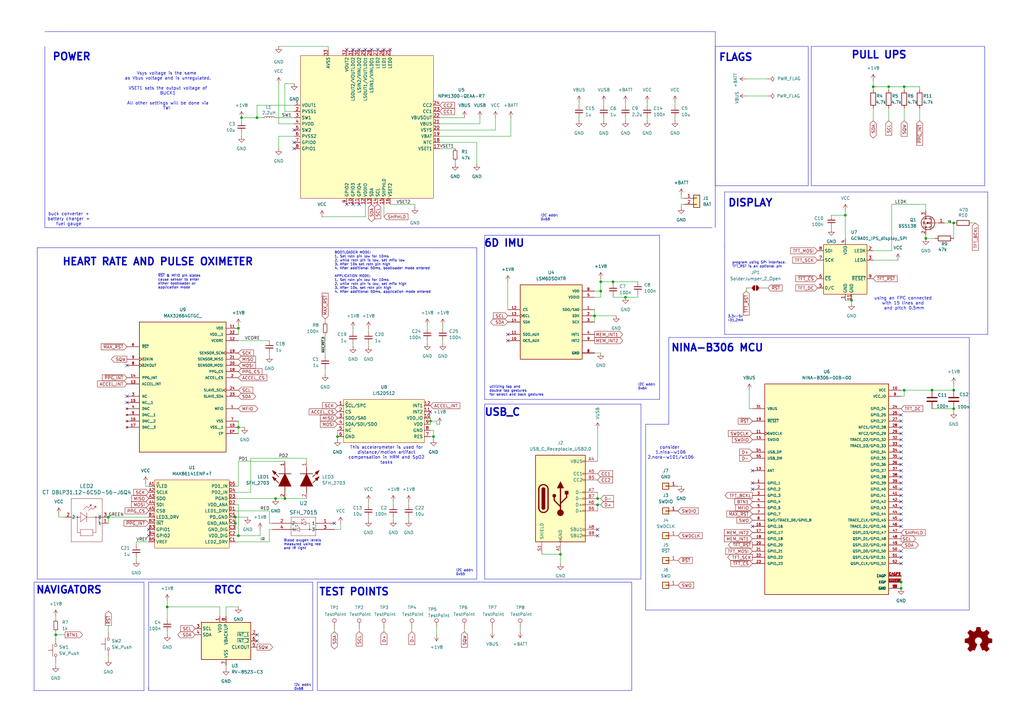
<source format=kicad_sch>
(kicad_sch (version 20231120) (generator "eeschema") (generator_version "8.0")
  (paper "A3")
  (title_block (title "MakerWatch") (date "2025-06-17") (rev "0.2") (company "https://github.com/atiaisaac/MakerWatch") (comment 1 "Designed by: Isaac Atia-Abugbilla"))
  (junction (at 369.57 238.76))
  (junction (at 245.11 204.47))
  (junction (at 116.84 204.47))
  (junction (at 229.87 227.33))
  (junction (at 382.27 160.02))
  (junction (at 96.52 214.63))
  (junction (at 105.41 48.26))
  (junction (at 97.79 219.71))
  (junction (at 176.53 172.72))
  (junction (at 349.25 123.19))
  (junction (at 113.03 204.47))
  (junction (at 256.54 121.92))
  (junction (at 97.79 134.62))
  (junction (at 22.86 260.35))
  (junction (at 391.16 91.44))
  (junction (at 97.79 175.26))
  (junction (at 246.38 119.38))
  (junction (at 370.84 35.56))
  (junction (at 369.57 241.3))
  (junction (at 246.38 115.57))
  (junction (at 391.16 160.02))
  (junction (at 44.45 212.09))
  (junction (at 358.14 35.56))
  (junction (at 364.49 35.56))
  (junction (at 370.84 160.02))
  (junction (at 138.43 179.07))
  (junction (at 99.06 48.26))
  (junction (at 391.16 167.64))
  (junction (at 68.58 248.92))
  (junction (at 379.73 97.79))
  (junction (at 177.8 179.07))
  (junction (at 251.46 115.57))
  (junction (at 243.84 129.54))
  (junction (at 346.71 88.265))
  (junction (at 245.11 207.01))
  (junction (at 96.52 212.09))
  (no_connect (at 369.57 215.9))
  (no_connect (at 369.57 175.26))
  (no_connect (at 152.4 20.32))
  (no_connect (at 144.78 20.32))
  (no_connect (at 369.57 205.74))
  (no_connect (at 369.57 190.5))
  (no_connect (at 120.65 53.34))
  (no_connect (at 308.61 193.04))
  (no_connect (at 308.61 215.9))
  (no_connect (at 144.78 83.82))
  (no_connect (at 52.07 165.1))
  (no_connect (at 369.57 210.82))
  (no_connect (at 369.57 182.88))
  (no_connect (at 142.24 83.82))
  (no_connect (at 369.57 172.72))
  (no_connect (at 369.57 193.04))
  (no_connect (at 137.16 214.63))
  (no_connect (at 369.57 195.58))
  (no_connect (at 308.61 200.66))
  (no_connect (at 105.41 262.89))
  (no_connect (at 369.57 180.34))
  (no_connect (at 369.57 185.42))
  (no_connect (at 149.86 20.32))
  (no_connect (at 369.57 228.6))
  (no_connect (at 369.57 231.14))
  (no_connect (at 245.11 219.71))
  (no_connect (at 369.57 213.36))
  (no_connect (at 369.57 200.66))
  (no_connect (at 52.07 149.86))
  (no_connect (at 208.28 139.7))
  (no_connect (at 208.28 137.16))
  (no_connect (at 154.94 20.32))
  (no_connect (at 142.24 20.32))
  (no_connect (at 369.57 177.8))
  (no_connect (at 147.32 20.32))
  (no_connect (at 60.96 217.17))
  (no_connect (at 120.65 60.96))
  (no_connect (at 160.02 20.32))
  (no_connect (at 105.41 260.35))
  (no_connect (at 369.57 187.96))
  (no_connect (at 369.57 203.2))
  (no_connect (at 120.65 58.42))
  (no_connect (at 176.53 168.91))
  (no_connect (at 369.57 198.12))
  (no_connect (at 369.57 226.06))
  (no_connect (at 369.57 170.18))
  (no_connect (at 60.96 219.71))
  (no_connect (at 369.57 208.28))
  (no_connect (at 52.07 162.56))
  (no_connect (at 245.11 217.17))
  (no_connect (at 308.61 198.12))
  (no_connect (at 147.32 83.82))
  (no_connect (at 157.48 20.32))
  (wire (pts (xy 346.71 86.36) (xy 346.71 88.265)))
  (wire (pts (xy 306.07 118.11) (xy 306.07 119.38)))
  (wire (pts (xy 387.35 91.44) (xy 391.16 91.44)))
  (wire (pts (xy 306.07 39.37) (xy 314.96 39.37)))
  (wire (pts (xy 96.52 201.93) (xy 102.87 201.93)))
  (wire (pts (xy 114.3 55.88) (xy 120.65 55.88)))
  (wire (pts (xy 59.69 198.12) (xy 59.69 199.39)))
  (wire (pts (xy 256.54 41.91) (xy 256.54 43.18)))
  (wire (pts (xy 179.07 173.99) (xy 179.07 172.72)))
  (wire (pts (xy 370.84 160.02) (xy 370.84 162.56)))
  (polyline (pts (xy 262.89 165.735) (xy 262.89 237.49)))
  (wire (pts (xy 370.84 44.45) (xy 370.84 49.53)))
  (wire (pts (xy 307.34 167.64) (xy 308.61 167.64)))
  (wire (pts (xy 137.16 257.81) (xy 137.16 259.08)))
  (wire (pts (xy 96.52 222.25) (xy 110.49 222.25)))
  (polyline (pts (xy 198.755 96.52) (xy 270.51 96.52)))
  (polyline (pts (xy 198.755 163.83) (xy 270.51 163.83)))
  (wire (pts (xy 377.19 35.56) (xy 370.84 35.56)))
  (polyline (pts (xy 274.32 173.99) (xy 264.795 173.99)))
  (wire (pts (xy 369.57 162.56) (xy 370.84 162.56)))
  (polyline (pts (xy 60.96 283.21) (xy 60.96 281.94)))
  (wire (pts (xy 365.76 83.82) (xy 379.73 83.82)))
  (wire (pts (xy 196.85 50.8) (xy 196.85 48.26)))
  (polyline (pts (xy 195.58 237.49) (xy 195.58 102.87)))
  (wire (pts (xy 96.52 199.39) (xy 97.79 199.39)))
  (wire (pts (xy 358.14 106.68) (xy 368.3 106.68)))
  (wire (pts (xy 229.87 227.33) (xy 229.87 231.14)))
  (wire (pts (xy 222.25 227.33) (xy 229.87 227.33)))
  (wire (pts (xy 306.07 32.385) (xy 314.96 32.385)))
  (wire (pts (xy 364.49 44.45) (xy 364.49 49.53)))
  (wire (pts (xy 133.35 130.81) (xy 133.35 132.08)))
  (wire (pts (xy 213.36 257.81) (xy 213.36 259.08)))
  (polyline (pts (xy 332.74 19.05) (xy 332.74 76.2)))
  (wire (pts (xy 190.5 257.81) (xy 190.5 259.08)))
  (polyline (pts (xy 198.755 165.735) (xy 262.89 165.735)))
  (wire (pts (xy 97.79 207.01) (xy 97.79 219.71)))
  (wire (pts (xy 280.67 81.28) (xy 279.4 81.28)))
  (wire (pts (xy 245.11 204.47) (xy 246.38 204.47)))
  (polyline (pts (xy 297.18 101.6) (xy 297.18 137.16)))
  (wire (pts (xy 99.06 54.61) (xy 99.06 55.88)))
  (wire (pts (xy 177.8 176.53) (xy 176.53 176.53)))
  (polyline (pts (xy 331.47 19.05) (xy 293.37 19.05)))
  (wire (pts (xy 97.79 133.35) (xy 97.79 134.62)))
  (polyline (pts (xy 405.13 78.74) (xy 405.13 137.16)))
  (polyline (pts (xy 270.51 163.83) (xy 270.51 96.52)))
  (wire (pts (xy 96.52 212.09) (xy 96.52 214.63)))
  (wire (pts (xy 279.4 85.09) (xy 279.4 83.82)))
  (wire (pts (xy 246.38 115.57) (xy 251.46 115.57)))
  (wire (pts (xy 44.45 212.09) (xy 60.96 212.09)))
  (wire (pts (xy 144.78 140.97) (xy 144.78 142.24)))
  (wire (pts (xy 243.84 121.92) (xy 246.38 121.92)))
  (wire (pts (xy 358.14 35.56) (xy 358.14 36.83)))
  (wire (pts (xy 24.13 212.09) (xy 24.13 210.82)))
  (wire (pts (xy 59.69 199.39) (xy 60.96 199.39)))
  (wire (pts (xy 278.13 199.39) (xy 279.4 199.39)))
  (wire (pts (xy 179.07 172.72) (xy 176.53 172.72)))
  (polyline (pts (xy 18.415 12.954) (xy 22.86 12.954)))
  (wire (pts (xy 247.65 41.91) (xy 247.65 43.18)))
  (polyline (pts (xy 13.97 238.76) (xy 59.055 238.76)))
  (wire (pts (xy 176.53 171.45) (xy 176.53 172.72)))
  (wire (pts (xy 97.79 175.26) (xy 97.79 177.8)))
  (wire (pts (xy 55.88 222.25) (xy 60.96 222.25)))
  (wire (pts (xy 151.13 212.09) (xy 151.13 213.36)))
  (wire (pts (xy 265.43 41.91) (xy 265.43 43.18)))
  (polyline (pts (xy 331.47 76.2) (xy 331.47 19.05)))
  (wire (pts (xy 22.86 260.35) (xy 26.67 260.35)))
  (wire (pts (xy 369.57 238.76) (xy 369.57 241.3)))
  (wire (pts (xy 176.53 172.72) (xy 176.53 173.99)))
  (wire (pts (xy 44.45 270.51) (xy 44.45 269.24)))
  (polyline (pts (xy 274.32 138.43) (xy 274.32 173.99)))
  (wire (pts (xy 105.41 48.26) (xy 107.95 48.26)))
  (wire (pts (xy 96.52 204.47) (xy 113.03 204.47)))
  (polyline (pts (xy 264.795 173.99) (xy 264.795 250.19)))
  (polyline (pts (xy 195.58 101.6) (xy 195.58 102.87)))
  (wire (pts (xy 110.49 214.63) (xy 110.49 209.55)))
  (polyline (pts (xy 274.32 138.43) (xy 397.51 138.43)))
  (wire (pts (xy 22.86 260.35) (xy 22.86 261.62)))
  (wire (pts (xy 251.46 121.92) (xy 256.54 121.92)))
  (wire (pts (xy 237.49 48.26) (xy 237.49 49.53)))
  (polyline (pts (xy 403.86 78.74) (xy 405.13 78.74)))
  (wire (pts (xy 201.93 257.81) (xy 201.93 259.08)))
  (polyline (pts (xy 293.37 19.05) (xy 293.37 20.32)))
  (wire (pts (xy 114.3 60.96) (xy 114.3 55.88)))
  (wire (pts (xy 177.8 180.34) (xy 177.8 179.07)))
  (polyline (pts (xy 403.86 78.74) (xy 297.18 78.74)))
  (wire (pts (xy 180.34 58.42) (xy 195.58 58.42)))
  (wire (pts (xy 105.41 43.18) (xy 105.41 48.26)))
  (wire (pts (xy 365.76 102.87) (xy 365.76 83.82)))
  (wire (pts (xy 261.62 121.92) (xy 261.62 120.65)))
  (wire (pts (xy 251.46 121.92) (xy 251.46 121.285)))
  (wire (pts (xy 180.34 48.26) (xy 190.5 48.26)))
  (wire (pts (xy 203.2 53.34) (xy 203.2 48.26)))
  (wire (pts (xy 92.71 248.92) (xy 97.79 248.92)))
  (polyline (pts (xy 13.97 238.76) (xy 13.97 283.21)))
  (polyline (pts (xy 264.795 250.19) (xy 397.51 250.19)))
  (wire (pts (xy 22.86 252.73) (xy 22.86 254)))
  (wire (pts (xy 99.06 48.26) (xy 105.41 48.26)))
  (wire (pts (xy 68.58 248.92) (xy 68.58 254)))
  (wire (pts (xy 120.65 50.8) (xy 114.3 50.8)))
  (wire (pts (xy 243.84 127) (xy 243.84 129.54)))
  (wire (pts (xy 186.69 66.04) (xy 186.69 67.31)))
  (wire (pts (xy 161.29 212.09) (xy 161.29 213.36)))
  (wire (pts (xy 251.46 116.205) (xy 251.46 115.57)))
  (wire (pts (xy 110.49 209.55) (xy 96.52 209.55)))
  (wire (pts (xy 55.88 228.6) (xy 55.88 229.87)))
  (wire (pts (xy 151.13 140.97) (xy 151.13 142.24)))
  (wire (pts (xy 22.86 273.05) (xy 22.86 271.78)))
  (wire (pts (xy 97.79 199.39) (xy 97.79 189.23)))
  (wire (pts (xy 144.78 134.62) (xy 144.78 135.89)))
  (wire (pts (xy 307.34 160.02) (xy 307.34 167.64)))
  (polyline (pts (xy 177.8 101.6) (xy 195.58 101.6)))
  (wire (pts (xy 97.79 189.23) (xy 116.84 189.23)))
  (wire (pts (xy 379.73 96.52) (xy 379.73 97.79)))
  (wire (pts (xy 369.57 160.02) (xy 370.84 160.02)))
  (polyline (pts (xy 293.37 12.954) (xy 293.37 93.345)))
  (wire (pts (xy 137.16 217.17) (xy 139.7 217.17)))
  (wire (pts (xy 391.16 91.44) (xy 391.16 97.79)))
  (wire (pts (xy 138.43 179.07) (xy 138.43 180.34)))
  (polyline (pts (xy 128.27 238.76) (xy 60.96 238.76)))
  (wire (pts (xy 24.13 212.09) (xy 26.67 212.09)))
  (wire (pts (xy 358.14 35.56) (xy 364.49 35.56)))
  (wire (pts (xy 116.84 204.47) (xy 125.73 204.47)))
  (polyline (pts (xy 13.97 283.21) (xy 59.055 283.21)))
  (wire (pts (xy 92.71 273.05) (xy 92.71 274.32)))
  (wire (pts (xy 180.34 173.99) (xy 179.07 173.99)))
  (wire (pts (xy 398.78 91.44) (xy 400.05 91.44)))
  (wire (pts (xy 149.86 88.9) (xy 149.86 83.82)))
  (wire (pts (xy 170.18 83.82) (xy 170.18 85.09)))
  (wire (pts (xy 379.73 97.79) (xy 383.54 97.79)))
  (wire (pts (xy 251.46 115.57) (xy 261.62 115.57)))
  (wire (pts (xy 245.11 201.93) (xy 245.11 204.47)))
  (wire (pts (xy 96.52 214.63) (xy 96.52 217.17)))
  (wire (pts (xy 243.84 129.54) (xy 243.84 132.08)))
  (wire (pts (xy 90.17 248.92) (xy 90.17 252.73)))
  (wire (pts (xy 243.84 129.54) (xy 252.73 129.54)))
  (wire (pts (xy 168.91 257.81) (xy 168.91 259.08)))
  (wire (pts (xy 99.06 49.53) (xy 99.06 48.26)))
  (wire (pts (xy 175.26 133.35) (xy 175.26 134.62)))
  (wire (pts (xy 132.08 88.9) (xy 149.86 88.9)))
  (wire (pts (xy 96.52 212.09) (xy 101.6 212.09)))
  (polyline (pts (xy 332.74 76.2) (xy 403.86 76.2)))
  (wire (pts (xy 195.58 58.42) (xy 195.58 67.31)))
  (wire (pts (xy 279.4 83.82) (xy 280.67 83.82)))
  (wire (pts (xy 147.32 257.81) (xy 147.32 259.08)))
  (polyline (pts (xy 403.86 76.2) (xy 403.86 19.05)))
  (wire (pts (xy 382.27 167.64) (xy 391.16 167.64)))
  (wire (pts (xy 106.68 219.71) (xy 97.79 219.71)))
  (wire (pts (xy 110.49 222.25) (xy 110.49 217.17)))
  (wire (pts (xy 134.62 19.05) (xy 134.62 20.32)))
  (wire (pts (xy 176.53 179.07) (xy 177.8 179.07)))
  (wire (pts (xy 209.55 48.26) (xy 209.55 55.88)))
  (wire (pts (xy 180.34 60.96) (xy 186.69 60.96)))
  (wire (pts (xy 340.995 93.345) (xy 340.995 93.98)))
  (wire (pts (xy 139.7 217.17) (xy 139.7 214.63)))
  (wire (pts (xy 246.38 115.57) (xy 246.38 114.3)))
  (polyline (pts (xy 293.37 19.05) (xy 293.37 76.2)))
  (wire (pts (xy 256.54 48.26) (xy 256.54 49.53)))
  (wire (pts (xy 358.14 33.02) (xy 358.14 35.56)))
  (wire (pts (xy 349.25 123.19) (xy 349.25 124.46)))
  (wire (pts (xy 113.03 48.26) (xy 120.65 48.26)))
  (wire (pts (xy 120.65 43.18) (xy 105.41 43.18)))
  (polyline (pts (xy 198.755 237.49) (xy 262.89 237.49)))
  (wire (pts (xy 346.71 123.19) (xy 349.25 123.19)))
  (wire (pts (xy 358.14 44.45) (xy 358.14 49.53)))
  (wire (pts (xy 110.49 214.63) (xy 111.76 214.63)))
  (polyline (pts (xy 198.755 96.52) (xy 198.755 163.83)))
  (wire (pts (xy 157.48 257.81) (xy 157.48 259.08)))
  (polyline (pts (xy 22.86 12.954) (xy 293.37 12.954)))
  (polyline (pts (xy 128.27 283.21) (xy 60.96 283.21)))
  (wire (pts (xy 110.49 217.17) (xy 111.76 217.17)))
  (wire (pts (xy 102.87 201.93) (xy 102.87 187.96)))
  (wire (pts (xy 68.58 246.38) (xy 68.58 248.92)))
  (wire (pts (xy 369.57 236.22) (xy 369.57 238.76)))
  (wire (pts (xy 177.8 179.07) (xy 177.8 176.53)))
  (wire (pts (xy 97.79 219.71) (xy 96.52 219.71)))
  (wire (pts (xy 160.02 83.82) (xy 170.18 83.82)))
  (polyline (pts (xy 59.055 283.21) (xy 59.055 238.76)))
  (wire (pts (xy 245.11 207.01) (xy 245.11 209.55)))
  (wire (pts (xy 377.19 44.45) (xy 377.19 49.53)))
  (wire (pts (xy 151.13 134.62) (xy 151.13 135.89)))
  (polyline (pts (xy 15.24 101.6) (xy 177.8 101.6)))
  (wire (pts (xy 97.79 134.62) (xy 97.79 137.16)))
  (wire (pts (xy 133.35 137.16) (xy 133.35 146.05)))
  (wire (pts (xy 133.35 151.13) (xy 133.35 153.67)))
  (wire (pts (xy 180.34 50.8) (xy 196.85 50.8)))
  (wire (pts (xy 246.38 121.92) (xy 246.38 119.38)))
  (wire (pts (xy 181.61 133.35) (xy 181.61 134.62)))
  (wire (pts (xy 116.84 34.29) (xy 116.84 45.72)))
  (polyline (pts (xy 297.18 101.6) (xy 297.18 101.6)))
  (polyline (pts (xy 293.37 76.2) (xy 331.47 76.2)))
  (wire (pts (xy 245.11 207.01) (xy 246.38 207.01)))
  (wire (pts (xy 110.49 144.78) (xy 110.49 146.05)))
  (wire (pts (xy 167.64 205.74) (xy 167.64 207.01)))
  (wire (pts (xy 138.43 176.53) (xy 138.43 179.07)))
  (wire (pts (xy 120.65 34.29) (xy 116.84 34.29)))
  (wire (pts (xy 245.11 175.895) (xy 245.11 189.23)))
  (polyline (pts (xy 195.58 237.49) (xy 15.24 237.49)))
  (wire (pts (xy 55.88 223.52) (xy 55.88 222.25)))
  (wire (pts (xy 68.58 248.92) (xy 90.17 248.92)))
  (wire (pts (xy 116.84 204.47) (xy 113.03 204.47)))
  (polyline (pts (xy 397.51 250.19) (xy 397.51 138.43)))
  (wire (pts (xy 246.38 144.78) (xy 243.84 144.78)))
  (wire (pts (xy 208.28 127) (xy 208.28 115.57)))
  (wire (pts (xy 382.27 160.02) (xy 391.16 160.02)))
  (polyline (pts (xy 292.1 93.345) (xy 18.415 93.345)))
  (wire (pts (xy 391.16 157.48) (xy 391.16 160.02)))
  (wire (pts (xy 237.49 41.91) (xy 237.49 43.18)))
  (wire (pts (xy 68.58 259.08) (xy 68.58 260.35)))
  (wire (pts (xy 209.55 55.88) (xy 180.34 55.88)))
  (wire (pts (xy 265.43 48.26) (xy 265.43 49.53)))
  (polyline (pts (xy 128.27 240.03) (xy 128.27 238.76)))
  (wire (pts (xy 377.19 36.83) (xy 377.19 35.56)))
  (wire (pts (xy 256.54 121.92) (xy 261.62 121.92)))
  (wire (pts (xy 180.34 53.34) (xy 203.2 53.34)))
  (wire (pts (xy 276.86 41.91) (xy 276.86 43.18)))
  (wire (pts (xy 114.3 19.05) (xy 134.62 19.05)))
  (wire (pts (xy 313.69 118.11) (xy 314.96 118.11)))
  (wire (pts (xy 96.52 207.01) (xy 97.79 207.01)))
  (wire (pts (xy 44.45 212.09) (xy 44.45 214.63)))
  (wire (pts (xy 114.3 50.8) (xy 114.3 34.29)))
  (polyline (pts (xy 297.18 137.16) (xy 405.13 137.16)))
  (wire (pts (xy 370.84 35.56) (xy 370.84 36.83)))
  (polyline (pts (xy 128.27 240.03) (xy 128.27 283.21)))
  (wire (pts (xy 151.13 205.74) (xy 151.13 207.01)))
  (wire (pts (xy 391.16 167.64) (xy 391.16 168.91)))
  (wire (pts (xy 364.49 35.56) (xy 370.84 35.56)))
  (wire (pts (xy 125.73 187.96) (xy 125.73 189.23)))
  (polyline (pts (xy 332.74 19.05) (xy 403.86 19.05)))
  (polyline (pts (xy 198.755 237.49) (xy 198.755 165.735)))
  (wire (pts (xy 179.07 257.81) (xy 179.07 260.35)))
  (wire (pts (xy 106.68 217.17) (xy 106.68 219.71)))
  (wire (pts (xy 116.84 45.72) (xy 120.65 45.72)))
  (polyline (pts (xy 60.96 238.76) (xy 60.96 240.03)))
  (wire (pts (xy 175.26 139.7) (xy 175.26 140.97)))
  (wire (pts (xy 181.61 139.7) (xy 181.61 140.97)))
  (wire (pts (xy 92.71 248.92) (xy 92.71 252.73)))
  (wire (pts (xy 346.71 88.265) (xy 346.71 97.79)))
  (wire (pts (xy 97.79 175.26) (xy 100.33 175.26)))
  (polyline (pts (xy 297.18 78.74) (xy 297.18 101.6)))
  (polyline (pts (xy 18.415 19.05) (xy 18.415 93.345)))
  (wire (pts (xy 44.45 256.54) (xy 44.45 259.08)))
  (wire (pts (xy 364.49 35.56) (xy 364.49 36.83)))
  (wire (pts (xy 246.38 119.38) (xy 246.38 115.57)))
  (wire (pts (xy 22.86 259.08) (xy 22.86 260.35)))
  (wire (pts (xy 161.29 205.74) (xy 161.29 207.01)))
  (wire (pts (xy 276.86 48.26) (xy 276.86 49.53)))
  (wire (pts (xy 157.48 88.9) (xy 157.48 83.82)))
  (wire (pts (xy 370.84 160.02) (xy 382.27 160.02)))
  (wire (pts (xy 97.79 139.7) (xy 110.49 139.7)))
  (wire (pts (xy 167.64 212.09) (xy 167.64 213.36)))
  (wire (pts (xy 358.14 102.87) (xy 365.76 102.87)))
  (wire (pts (xy 379.73 83.82) (xy 379.73 86.36)))
  (wire (pts (xy 279.4 81.28) (xy 279.4 80.01)))
  (wire (pts (xy 340.995 88.265) (xy 346.71 88.265)))
  (wire (pts (xy 97.79 172.72) (xy 97.79 175.26)))
  (wire (pts (xy 243.84 119.38) (xy 246.38 119.38)))
  (polyline (pts (xy 60.96 240.03) (xy 60.96 282.575)))
  (wire (pts (xy 247.65 48.26) (xy 247.65 49.53)))
  (wire (pts (xy 102.87 187.96) (xy 125.73 187.96)))
  (polyline (pts (xy 15.24 101.6) (xy 15.24 237.49)))
  (rectangle (start 130.175 238.76) (end 259.08 283.21))
  (text "3.3v-5v\n~31.2mA" (at 298.45 132.08 0) (effects (font (size 1 1)) (justify left bottom)))
  (text "NAVIGATORS" (at 14.605 243.84 0) (effects (font (size 3 3) (thickness 0.6) (bold yes)) (justify left bottom)))
  (text "RTCC" (at 99.568 243.84 0) (effects (font (size 3 3) (thickness 0.6) (bold yes)) (justify right bottom)))
  (text "~{RST} & MFIO pin states\ncause sensor to enter\neither bootloader or\napplication mode" (at 64.77 118.618 0) (effects (font (size 1 1)) (justify left bottom)))
  (text "utilizing tap and \ndouble tap gestures \nfor select and back gestures" (at 200.66 162.56 0) (effects (font (size 1 1)) (justify left bottom)))
  (text "DISPLAY" (at 298.45 85.09 0) (effects (font (size 3 3) (thickness 0.6) (bold yes)) (justify left bottom)))
  (text "This accelerometer is used for\ndistance/motion artifact\ncompensation in HRM and SpO2\ntasks" (at 158.496 186.69 0) (effects (font (size 1.27 1.27))))
  (text "using an FPC connected \nwith 15 lines and \nand pitch 0.5mm" (at 370.84 124.46 0) (effects (font (size 1.27 1.27))))
  (text "i2c addr:\n0x68" (at 120.65 283.21 0) (effects (font (size 1 1)) (justify left bottom)))
  (text "program using SPI interface. \nTFT_RST is an optional pin" (at 300.228 109.982 0) (effects (font (size 1 1)) (justify left bottom)))
  (text "consider \n1.nina-w106\n2.nora-w101/w106" (at 275.082 185.674 0) (effects (font (size 1.27 1.27))))
  (text "I2C addr:\n0x6A\n" (at 261.62 160.02 0) (effects (font (size 1 1)) (justify left bottom)))
  (text "USB_C\n" (at 213.614 170.942 0) (effects (font (size 3 3) (thickness 0.6) (bold yes)) (justify right bottom)))
  (text "Blood oxygen levels \nmeasured using red \nand IR light" (at 116.332 225.552 0) (effects (font (size 1 1)) (justify left bottom)))
  (text "HEART RATE AND PULSE OXIMETER" (at 25.4 109.22 0) (effects (font (size 3 3) (thickness 0.6) (bold yes)) (justify left bottom)))
  (text "buck converter +\nbattery charger +\nfuel gauge" (at 28.194 89.916 0) (effects (font (size 1.27 1.27))))
  (text "POWER" (at 21.336 25.146 0) (effects (font (size 3 3) (thickness 0.6) (bold yes)) (justify left bottom)))
  (text "6D IMU" (at 198.374 101.6 0) (effects (font (size 3 3) (thickness 0.6) (bold yes)) (justify left bottom)))
  (text "FLAGS" (at 294.64 25.4 0) (effects (font (size 3 3) (thickness 0.6) (bold yes)) (justify left bottom)))
  (text "BOOTLOADER MODE:\n1. Set rstn pin low for 10ms\n2. while rstn pin is low, set mfio low\n3. After 10s set rstn pin high\n4. After additional 50ms, bootloader mode entered\n\nAPPLICATION MODE:\n1. Set rstn pin low for 10ms\n2. while rstn pin is low, set mfio high\n3. After 10s, set rstn pin high\n4. After additional 50ms, application mode entered" (at 137.16 120.396 0) (effects (font (size 1 1)) (justify left bottom)))
  (text "TEST POINTS" (at 159.766 244.602 0) (effects (font (size 3 3) (thickness 0.6) (bold yes)) (justify right bottom)))
  (text "PULL UPS\n" (at 348.996 24.384 0) (effects (font (size 3 3) (thickness 0.6) (bold yes)) (justify left bottom)))
  (text "Vsys voltage is the same \nas Vbus voltage and is unregulated.\n\nVSET1 sets the output voltage of\nBUCK1\n\nAll other settings will be done via\nTWI " (at 68.834 37.338 0) (effects (font (size 1.27 1.27))))
  (text "I2C addr:\n0x55" (at 186.944 236.22 0) (effects (font (size 1 1)) (justify left bottom)))
  (text "NINA-B306 MCU" (at 275.082 144.526 0) (effects (font (size 3 3) (thickness 0.6) (bold yes)) (justify left bottom)))
  (text "I2C addr:\n0x6B\n" (at 221.742 90.678 0) (effects (font (size 1 1)) (justify left bottom)))
  (label "~{MAX_RST_0}" (at 133.35 144.78 90) (effects (font (size 0.8 0.8) (italic yes))))
  (label "LEDK" (at 367.03 83.82 0))
  (label "PD1" (at 97.79 189.23 0))
  (label "VSET2" (at 162.56 83.82 0))
  (label "VREF" (at 55.88 222.25 0))
  (label "PD2" (at 114.3 187.96 0))
  (label "SW1" (at 115.57 48.26 0))
  (label "Vg" (at 388.62 91.44 0) (effects (font (size 0.8 0.8) (italic yes))))
  (label "VSET1" (at 180.34 60.96 0))
  (label "GREEN" (at 44.45 212.09 0))
  (label "VCORE" (at 100.33 139.7 0))
  (label "IR" (at 106.68 222.25 0))
  (label "RED" (at 106.68 209.55 0))
  (global_label "SDA" (shape bidirectional) (at 97.79 162.56 0) (property "Intersheetrefs" "${INTERSHEET_REFS}" (effects (hide yes))))
  (global_label "BTN1" (shape output) (at 26.67 260.35 0) (property "Intersheetrefs" "${INTERSHEET_REFS}" (effects (hide yes))))
  (global_label "SQW" (shape input) (at 370.84 49.53 270) (property "Intersheetrefs" "${INTERSHEET_REFS}" (effects (hide yes))))
  (global_label "SWO" (shape input) (at 308.61 213.36 180) (property "Intersheetrefs" "${INTERSHEET_REFS}" (effects (hide yes))))
  (global_label "SCK" (shape input) (at 60.96 201.93 180) (property "Intersheetrefs" "${INTERSHEET_REFS}" (effects (hide yes))))
  (global_label "~{PPG_INT}" (shape input) (at 60.96 214.63 180) (property "Intersheetrefs" "${INTERSHEET_REFS}" (effects (hide yes))))
  (global_label "MOSI" (shape input) (at 138.43 173.99 180) (property "Intersheetrefs" "${INTERSHEET_REFS}" (effects (hide yes))))
  (global_label "SDA" (shape bidirectional) (at 208.28 132.08 180) (property "Intersheetrefs" "${INTERSHEET_REFS}" (effects (hide yes))))
  (global_label "SDA" (shape bidirectional) (at 358.14 49.53 270) (property "Intersheetrefs" "${INTERSHEET_REFS}" (effects (hide yes))))
  (global_label "~{MAX_RST}" (shape input) (at 133.35 130.81 90) (property "Intersheetrefs" "${INTERSHEET_REFS}" (effects (hide yes))))
  (global_label "~{TFT_CS}" (shape input) (at 335.28 114.3 180) (property "Intersheetrefs" "${INTERSHEET_REFS}" (effects (hide yes))))
  (global_label "ACCEL_INT" (shape input) (at 176.53 166.37 0) (property "Intersheetrefs" "${INTERSHEET_REFS}" (effects (hide yes))))
  (global_label "D-" (shape input) (at 308.61 187.96 180) (property "Intersheetrefs" "${INTERSHEET_REFS}" (effects (hide yes))))
  (global_label "MFIO" (shape input) (at 308.61 208.28 180) (property "Intersheetrefs" "${INTERSHEET_REFS}" (effects (hide yes))))
  (global_label "TFT_BCKL" (shape input) (at 400.05 91.44 270) (property "Intersheetrefs" "${INTERSHEET_REFS}" (effects (hide yes))))
  (global_label "SCL" (shape input) (at 97.79 160.02 0) (property "Intersheetrefs" "${INTERSHEET_REFS}" (effects (hide yes))))
  (global_label "SDA" (shape bidirectional) (at 369.57 223.52 0) (property "Intersheetrefs" "${INTERSHEET_REFS}" (effects (hide yes))))
  (global_label "SWDIO" (shape input) (at 308.61 180.34 180) (property "Intersheetrefs" "${INTERSHEET_REFS}" (effects (hide yes))))
  (global_label "~{RST}" (shape input) (at 278.13 229.87 0) (property "Intersheetrefs" "${INTERSHEET_REFS}" (effects (hide yes))))
  (global_label "SCK" (shape input) (at 97.79 144.78 0) (property "Intersheetrefs" "${INTERSHEET_REFS}" (effects (hide yes))))
  (global_label "TFT_SCK" (shape output) (at 308.61 228.6 180) (property "Intersheetrefs" "${INTERSHEET_REFS}" (effects (hide yes))))
  (global_label "SHPHLD" (shape input) (at 157.48 88.9 0) (property "Intersheetrefs" "${INTERSHEET_REFS}" (effects (hide yes))))
  (global_label "CC2" (shape input) (at 180.34 43.18 0) (property "Intersheetrefs" "${INTERSHEET_REFS}" (effects (hide yes))))
  (global_label "D-" (shape input) (at 168.91 259.08 270) (property "Intersheetrefs" "${INTERSHEET_REFS}" (effects (hide yes))))
  (global_label "SQW" (shape output) (at 105.41 265.43 0) (property "Intersheetrefs" "${INTERSHEET_REFS}" (effects (hide yes))))
  (global_label "BTN1" (shape input) (at 308.61 205.74 180) (property "Intersheetrefs" "${INTERSHEET_REFS}" (effects (hide yes))))
  (global_label "SDA" (shape bidirectional) (at 152.4 83.82 270) (property "Intersheetrefs" "${INTERSHEET_REFS}" (effects (hide yes))))
  (global_label "MISO" (shape input) (at 97.79 147.32 0) (property "Intersheetrefs" "${INTERSHEET_REFS}" (effects (hide yes))))
  (global_label "SCL" (shape input) (at 364.49 49.53 270) (property "Intersheetrefs" "${INTERSHEET_REFS}" (effects (hide yes))))
  (global_label "PPG_CS" (shape input) (at 60.96 209.55 180) (property "Intersheetrefs" "${INTERSHEET_REFS}" (effects (hide yes))))
  (global_label "TFT_DC" (shape input) (at 369.57 167.64 0) (property "Intersheetrefs" "${INTERSHEET_REFS}" (effects (hide yes))))
  (global_label "MISO" (shape input) (at 60.96 204.47 180) (property "Intersheetrefs" "${INTERSHEET_REFS}" (effects (hide yes))))
  (global_label "TFT_MOSI" (shape input) (at 308.61 226.06 180) (property "Intersheetrefs" "${INTERSHEET_REFS}" (effects (hide yes))))
  (global_label "~{MAX_RST}" (shape input) (at 308.61 210.82 180) (property "Intersheetrefs" "${INTERSHEET_REFS}" (effects (hide yes))))
  (global_label "SCL" (shape input) (at 147.32 259.08 270) (property "Intersheetrefs" "${INTERSHEET_REFS}" (effects (hide yes))))
  (global_label "ACCEL_CS" (shape input) (at 97.79 154.94 0) (property "Intersheetrefs" "${INTERSHEET_REFS}" (effects (hide yes))))
  (global_label "SQW" (shape output) (at 52.07 147.32 180) (property "Intersheetrefs" "${INTERSHEET_REFS}" (effects (hide yes))))
  (global_label "MOSI" (shape input) (at 97.79 149.86 0) (property "Intersheetrefs" "${INTERSHEET_REFS}" (effects (hide yes))))
  (global_label "~{MAX_RST}" (shape input) (at 52.07 142.24 180) (property "Intersheetrefs" "${INTERSHEET_REFS}" (effects (hide yes))))
  (global_label "ACCEL_INT" (shape input) (at 52.07 157.48 180) (property "Intersheetrefs" "${INTERSHEET_REFS}" (effects (hide yes))))
  (global_label "SWDCLK" (shape input) (at 278.13 219.71 0) (property "Intersheetrefs" "${INTERSHEET_REFS}" (effects (hide yes))))
  (global_label "TFT_MOSI" (shape input) (at 335.28 102.87 180) (property "Intersheetrefs" "${INTERSHEET_REFS}" (effects (hide yes))))
  (global_label "D+" (shape input) (at 308.61 185.42 180) (property "Intersheetrefs" "${INTERSHEET_REFS}" (effects (hide yes))))
  (global_label "SCL" (shape output) (at 369.57 220.98 0) (property "Intersheetrefs" "${INTERSHEET_REFS}" (effects (hide yes))))
  (global_label "SCK" (shape input) (at 138.43 166.37 180) (property "Intersheetrefs" "${INTERSHEET_REFS}" (effects (hide yes))))
  (global_label "MFIO" (shape bidirectional) (at 97.79 167.64 0) (property "Intersheetrefs" "${INTERSHEET_REFS}" (effects (hide yes))))
  (global_label "~{RST}" (shape input) (at 308.61 172.72 180) (property "Intersheetrefs" "${INTERSHEET_REFS}" (effects (hide yes))))
  (global_label "SQW" (shape input) (at 190.5 259.08 270) (property "Intersheetrefs" "${INTERSHEET_REFS}" (effects (hide yes))))
  (global_label "SDA" (shape bidirectional) (at 80.01 260.35 180) (property "Intersheetrefs" "${INTERSHEET_REFS}" (effects (hide yes))))
  (global_label "~{RST}" (shape input) (at 314.96 118.11 0) (property "Intersheetrefs" "${INTERSHEET_REFS}" (effects (hide yes))))
  (global_label "D-" (shape input) (at 246.38 204.47 0) (property "Intersheetrefs" "${INTERSHEET_REFS}" (effects (hide yes))))
  (global_label "D+" (shape input) (at 246.38 207.01 0) (property "Intersheetrefs" "${INTERSHEET_REFS}" (effects (hide yes))))
  (global_label "SHPHLD" (shape input) (at 369.57 218.44 0) (property "Intersheetrefs" "${INTERSHEET_REFS}" (effects (hide yes))))
  (global_label "TFT_DC" (shape input) (at 335.28 118.11 180) (property "Intersheetrefs" "${INTERSHEET_REFS}" (effects (hide yes))))
  (global_label "TFT_SCK" (shape input) (at 335.28 106.68 180) (property "Intersheetrefs" "${INTERSHEET_REFS}" (effects (hide yes))))
  (global_label "SCL" (shape input) (at 208.28 129.54 180) (property "Intersheetrefs" "${INTERSHEET_REFS}" (effects (hide yes))))
  (global_label "MEM_INT2" (shape input) (at 308.61 218.44 180) (property "Intersheetrefs" "${INTERSHEET_REFS}" (effects (hide yes))))
  (global_label "CC2" (shape input) (at 245.11 196.85 0) (property "Intersheetrefs" "${INTERSHEET_REFS}" (effects (hide yes))))
  (global_label "~{PPG_INT}" (shape input) (at 377.19 49.53 270) (property "Intersheetrefs" "${INTERSHEET_REFS}" (effects (hide yes))))
  (global_label "SWDIO" (shape input) (at 278.13 209.55 0) (property "Intersheetrefs" "${INTERSHEET_REFS}" (effects (hide yes))))
  (global_label "CC1" (shape input) (at 245.11 194.31 0) (property "Intersheetrefs" "${INTERSHEET_REFS}" (effects (hide yes))))
  (global_label "MEM_INT2" (shape output) (at 243.84 139.7 0) (property "Intersheetrefs" "${INTERSHEET_REFS}" (effects (hide yes))))
  (global_label "TFT_BCKL" (shape output) (at 308.61 203.2 180) (property "Intersheetrefs" "${INTERSHEET_REFS}" (effects (hide yes))))
  (global_label "~{TFT_RST}" (shape output) (at 308.61 223.52 180) (property "Intersheetrefs" "${INTERSHEET_REFS}" (effects (hide yes))))
  (global_label "PPG_CS" (shape input) (at 97.79 152.4 0) (property "Intersheetrefs" "${INTERSHEET_REFS}" (effects (hide yes))))
  (global_label "~{PPG_INT}" (shape input) (at 52.07 154.94 180) (property "Intersheetrefs" "${INTERSHEET_REFS}" (effects (hide yes))))
  (global_label "SDA" (shape bidirectional) (at 137.16 259.08 270) (property "Intersheetrefs" "${INTERSHEET_REFS}" (effects (hide yes))))
  (global_label "~{TFT_RST}" (shape input) (at 358.14 114.3 0) (property "Intersheetrefs" "${INTERSHEET_REFS}" (effects (hide yes))))
  (global_label "~{TFT_RST}" (shape input) (at 306.07 119.38 270) (property "Intersheetrefs" "${INTERSHEET_REFS}" (effects (hide yes))))
  (global_label "MISO" (shape input) (at 138.43 171.45 180) (property "Intersheetrefs" "${INTERSHEET_REFS}" (effects (hide yes))))
  (global_label "SCL" (shape input) (at 154.94 83.82 270) (property "Intersheetrefs" "${INTERSHEET_REFS}" (effects (hide yes))))
  (global_label "SWO" (shape input) (at 278.13 240.03 0) (property "Intersheetrefs" "${INTERSHEET_REFS}" (effects (hide yes))))
  (global_label "SCL" (shape input) (at 80.01 257.81 180) (property "Intersheetrefs" "${INTERSHEET_REFS}" (effects (hide yes))))
  (global_label "~{RST}" (shape output) (at 44.45 256.54 90) (property "Intersheetrefs" "${INTERSHEET_REFS}" (effects (hide yes))))
  (global_label "D+" (shape input) (at 157.48 259.08 270) (property "Intersheetrefs" "${INTERSHEET_REFS}" (effects (hide yes))))
  (global_label "~{TFT_CS}" (shape input) (at 308.61 231.14 180) (property "Intersheetrefs" "${INTERSHEET_REFS}" (effects (hide yes))))
  (global_label "MEM_INT1" (shape output) (at 243.84 137.16 0) (property "Intersheetrefs" "${INTERSHEET_REFS}" (effects (hide yes))))
  (global_label "CC1" (shape input) (at 180.34 45.72 0) (property "Intersheetrefs" "${INTERSHEET_REFS}" (effects (hide yes))))
  (global_label "SWDCLK" (shape input) (at 308.61 177.8 180) (property "Intersheetrefs" "${INTERSHEET_REFS}" (effects (hide yes))))
  (global_label "MEM_INT1" (shape input) (at 308.61 220.98 180) (property "Intersheetrefs" "${INTERSHEET_REFS}" (effects (hide yes))))
  (global_label "MOSI" (shape input) (at 60.96 207.01 180) (property "Intersheetrefs" "${INTERSHEET_REFS}" (effects (hide yes))))
  (global_label "ACCEL_CS" (shape input) (at 138.43 168.91 180) (property "Intersheetrefs" "${INTERSHEET_REFS}" (effects (hide yes))))
  (symbol (lib_id "Jumper:SolderJumper_2_Open") (at 309.88 118.11 0) (unit 1) (exclude_from_sim yes) (in_bom no)
    (property "Reference" "JP1" (at 309.88 111.76 0))
    (property "Value" "SolderJumper_2_Open" (at 309.88 114.3 0))
    (property "Footprint" "Jumper:SolderJumper-2_P1.3mm_Open_RoundedPad1.0x1.5mm" (effects (hide yes)))
    (property "Description" "Solder Jumper, 2-pole, open" (effects (hide yes)))
  )
  (symbol (lib_name "VBUS_1") (lib_id "power:VBUS") (at 190.5 48.26 0) (unit 1)
    (property "Reference" "#PWR9" (effects (hide yes)))
    (property "Value" "VBUS" (at 190.5 43.18 0))
    (property "Description" "Power symbol creates a global label with name \"VBUS\"" (effects (hide yes)))
  )
  (symbol (lib_id "Device:R") (at 364.49 40.64 0) (unit 1)
    (property "Reference" "R5" (at 365.76 39.37 0) (effects (justify left)))
    (property "Value" "4.7k" (at 365.506 41.91 0) (effects (justify left)))
    (property "Footprint" "Resistor_SMD:R_0603_1608Metric" (effects (hide yes)))
  )
  (symbol (lib_id "power:+1V8") (at 68.58 246.38 0) (unit 1)
    (property "Reference" "#PWR10" (effects (hide yes)))
    (property "Value" "+1V8" (at 68.58 241.3 0))
    (property "Description" "Power symbol creates a global label with name \"+1V8\"" (effects (hide yes)))
  )
  (symbol (lib_id "Device:R_Small") (at 186.69 63.5 0) (unit 1)
    (property "Reference" "R1" (at 189.23 62.2299 0) (effects (justify left)))
    (property "Value" "47k" (at 189.23 64.7699 0) (effects (justify left)))
    (property "Footprint" "Resistor_SMD:R_0603_1608Metric" (effects (hide yes)))
    (property "Description" "Resistor, small symbol" (effects (hide yes)))
  )
  (symbol (lib_id "Timer_RTC:RV-8523-C3") (at 92.71 262.89 0) (unit 1)
    (property "Reference" "U3" (at 94.9041 273.05 0) (effects (justify left)))
    (property "Value" "RV-8523-C3" (at 94.9041 275.59 0) (effects (justify left)))
    (property "Footprint" "Package_SON:RTC_SMD_MicroCrystal_C3_2.5x3.7mm" (effects (hide yes)))
    (property "Datasheet" "https://www.microcrystal.com/fileadmin/Media/Products/RTC/Datasheet/RV-8523-C3.pdf" (effects (hide yes)))
    (property "Description" "Realtime Clock/Calendar I2C Interface, Low Power, 1.2 V to 5.5 V, MicroCrystal C3" (effects (hide yes)))
    (property "LCSC Part" "C5366557" (effects (hide yes)))
  )
  (symbol (lib_id "power:VBUS") (at 306.07 39.37 90) (unit 1)
    (property "Reference" "#PWR32" (effects (hide yes)))
    (property "Value" "VBUS" (at 302.26 37.465 0) (effects (justify right)))
  )
  (symbol (lib_id "Connector:TestPoint") (at 137.16 257.81 0) (unit 1)
    (property "Reference" "TP1" (at 135.382 249.174 0) (effects (justify left)))
    (property "Value" "TestPoint" (at 133.096 251.968 0) (effects (justify left)))
    (property "Footprint" "TestPoint:TestPoint_Pad_D1.0mm" (effects (hide yes)))
    (property "Description" "test point" (effects (hide yes)))
  )
  (symbol (lib_id "Device:C_Small") (at 340.995 90.805 0) (mirror x) (unit 1)
    (property "Reference" "C10" (at 337.82 89.5285 0) (effects (justify right)))
    (property "Value" "100n" (at 337.82 92.0685 0) (effects (justify right)))
    (property "Footprint" "Capacitor_SMD:C_0603_1608Metric" (effects (hide yes)))
  )
  (symbol (lib_id "power:VCC") (at 132.08 88.9 0) (unit 1)
    (property "Reference" "#PWR24" (effects (hide yes)))
    (property "Value" "VCC" (at 132.08 83.82 0))
    (property "Description" "Power symbol creates a global label with name \"VCC\"" (effects (hide yes)))
  )
  (symbol (lib_id "power:GND") (at 22.86 273.05 0) (unit 1)
    (property "Reference" "#PWR59" (effects (hide yes)))
    (property "Value" "GND" (at 22.86 278.13 0))
  )
  (symbol (lib_id "Device:C_Small") (at 110.49 142.24 0) (unit 1)
    (property "Reference" "C18" (at 113.03 140.9763 0) (effects (justify left)))
    (property "Value" "1u" (at 113.03 143.5163 0) (effects (justify left)))
    (property "Footprint" "Capacitor_SMD:C_0603_1608Metric" (effects (hide yes)))
  )
  (symbol (lib_id "Connector:TestPoint") (at 201.93 257.81 0) (unit 1)
    (property "Reference" "TP7" (at 200.152 249.174 0) (effects (justify left)))
    (property "Value" "TestPoint" (at 197.866 251.968 0) (effects (justify left)))
    (property "Footprint" "TestPoint:TestPoint_Pad_D1.0mm" (effects (hide yes)))
    (property "Description" "test point" (effects (hide yes)))
  )
  (symbol (lib_id "Device:C_Small") (at 247.65 45.72 0) (unit 1)
    (property "Reference" "C6" (at 250.19 44.4562 0) (effects (justify left)))
    (property "Value" "1u" (at 250.19 46.9962 0) (effects (justify left)))
    (property "Footprint" "Capacitor_SMD:C_0603_1608Metric" (effects (hide yes)))
    (property "Description" "Unpolarized capacitor, small symbol" (effects (hide yes)))
  )
  (symbol (lib_id "Device:C_Small") (at 133.35 148.59 0) (unit 1)
    (property "Reference" "C1" (at 130.81 147.3262 0) (effects (justify right)))
    (property "Value" "1u" (at 130.81 149.8662 0) (effects (justify right)))
    (property "Footprint" "Capacitor_SMD:C_0603_1608Metric" (effects (hide yes)))
  )
  (symbol (lib_id "power:GND") (at 369.57 241.3 0) (unit 1)
    (property "Reference" "#PWR41" (effects (hide yes)))
    (property "Value" "GND" (at 369.57 246.38 0))
  )
  (symbol (lib_name "GND_9") (lib_id "power:GND") (at 100.33 175.26 0) (unit 1)
    (property "Reference" "#PWR61" (effects (hide yes)))
    (property "Value" "GND" (at 100.33 180.34 0))
    (property "Description" "Power symbol creates a global label with name \"GND\" , ground" (effects (hide yes)))
  )
  (symbol (lib_id "power:+1V8") (at 391.16 157.48 0) (unit 1)
    (property "Reference" "#PWR44" (effects (hide yes)))
    (property "Value" "+1V8" (at 391.16 152.4 0))
    (property "Description" "Power symbol creates a global label with name \"+1V8\"" (effects (hide yes)))
  )
  (symbol (lib_id "FIREFLY E2218:CT_DBLP31.12-6C5D-56-J6Q4") (at 26.67 212.09 0) (unit 1)
    (property "Reference" "LED2" (at 35.56 199.39 0) (effects (font (size 1.524 1.524))))
    (property "Value" "CT DBLP31.12-6C5D-56-J6Q4" (at 35.56 201.93 0) (effects (font (size 1.524 1.524))))
    (property "Footprint" "FIREFLY E2218:CT DBLP31.12-6C5D-56-J6Q4_OSR" (effects (hide yes)))
    (property "Datasheet" "CT DBLP31.12-6C5D-56-J6Q4" (effects (hide yes)))
  )
  (symbol (lib_id "power:VCC") (at 203.2 48.26 0) (unit 1)
    (property "Reference" "#PWR14" (effects (hide yes)))
    (property "Value" "VCC" (at 203.2 43.18 0))
    (property "Description" "Power symbol creates a global label with name \"VCC\"" (effects (hide yes)))
  )
  (symbol (lib_id "MAX86141:MAX86141ENP+T") (at 78.74 210.82 0) (unit 1)
    (property "Reference" "U1" (at 78.74 191.77 0))
    (property "Value" "MAX86141ENP+T" (at 78.74 194.31 0))
    (property "Footprint" "MAX86141:BGA-20_L2.0-W1.8-R4-C5-P0.40-TL" (effects (hide yes)))
    (property "LCSC Part" "C5328762" (effects (hide yes)))
  )
  (symbol (lib_id "Device:R") (at 358.14 40.64 0) (unit 1)
    (property "Reference" "R4" (at 359.41 39.37 0) (effects (justify left)))
    (property "Value" "4.7k" (at 359.156 41.91 0) (effects (justify left)))
    (property "Footprint" "Resistor_SMD:R_0603_1608Metric" (effects (hide yes)))
  )
  (symbol (lib_id "Connector_Generic:Conn_01x01") (at 273.05 229.87 0) (mirror y) (unit 1)
    (property "Reference" "J5" (at 273.05 223.52 0))
    (property "Value" "~{RST}" (at 273.05 226.06 0))
    (property "Footprint" "Connector_Wire:SolderWirePad_1x01_SMD_1x2mm" (effects (hide yes)))
    (property "Description" "Generic connector, single row, 01x01, script generated (kicad-library-utils/schlib/autogen/connector/)" (effects (hide yes)))
  )
  (symbol (lib_id "power:VBUS") (at 245.11 175.895 0) (unit 1)
    (property "Reference" "#PWR22" (effects (hide yes)))
    (property "Value" "VUSB" (at 245.1099 172.085 90) (effects (justify left)))
  )
  (symbol (lib_id "power:+1V8") (at 179.07 260.35 180) (unit 1)
    (property "Reference" "#PWR51" (effects (hide yes)))
    (property "Value" "+1V8" (at 179.07 265.43 0))
    (property "Description" "Power symbol creates a global label with name \"+1V8\"" (effects (hide yes)))
  )
  (symbol (lib_id "power:PWR_FLAG") (at 314.96 39.37 270) (unit 1)
    (property "Reference" "#FLG2" (effects (hide yes)))
    (property "Value" "PWR_FLAG" (at 323.342 39.37 90))
  )
  (symbol (lib_id "Device:C_Small") (at 151.13 209.55 0) (unit 1)
    (property "Reference" "C13" (at 148.59 208.2862 0) (effects (justify right)))
    (property "Value" "10u" (at 148.59 210.8262 0) (effects (justify right)))
    (property "Footprint" "Capacitor_SMD:C_0603_1608Metric" (effects (hide yes)))
  )
  (symbol (lib_name "VBUS_1") (lib_id "power:VBUS") (at 237.49 41.91 0) (unit 1)
    (property "Reference" "#PWR23" (effects (hide yes)))
    (property "Value" "VBUS" (at 237.49 36.83 0))
    (property "Description" "Power symbol creates a global label with name \"VBUS\"" (effects (hide yes)))
  )
  (symbol (lib_id "LSM6DSOXTR:LSM6DSOXTR") (at 226.06 132.08 0) (unit 1)
    (property "Reference" "U4" (at 226.06 111.76 0))
    (property "Value" "LSM6DSOXTR" (at 226.06 114.3 0))
    (property "Footprint" "LSM6DSOXTR:PQFN50P250X300X86-14N" (effects (hide yes)))
    (property "PARTREV" "3.0" (effects (hide yes)))
    (property "STANDARD" "IPC7351B" (effects (hide yes)))
    (property "MANUFACTURER" "ST Microelectronics" (effects (hide yes)))
    (property "LCSC Part" "C481766" (effects (hide yes)))
  )
  (symbol (lib_id "power:GND") (at 349.25 124.46 0) (unit 1)
    (property "Reference" "#PWR38" (effects (hide yes)))
    (property "Value" "GND" (at 349.25 129.54 0))
  )
  (symbol (lib_name "GND_13") (lib_id "power:GND") (at 55.88 229.87 0) (unit 1)
    (property "Reference" "#PWR68" (effects (hide yes)))
    (property "Value" "GND" (at 55.88 234.95 0))
    (property "Description" "Power symbol creates a global label with name \"GND\" , ground" (effects (hide yes)))
  )
  (symbol (lib_id "power:VBUS") (at 247.65 41.91 0) (unit 1)
    (property "Reference" "#PWR18" (effects (hide yes)))
    (property "Value" "VUSB" (at 247.65 36.83 0))
  )
  (symbol (lib_id "Device:C_Small") (at 99.06 52.07 0) (mirror y) (unit 1)
    (property "Reference" "C3" (at 96.52 50.8062 0) (effects (justify left)))
    (property "Value" "10u" (at 96.52 53.3462 0) (effects (justify left)))
    (property "Footprint" "Capacitor_SMD:C_0603_1608Metric" (effects (hide yes)))
    (property "Description" "Unpolarized capacitor, small symbol" (effects (hide yes)))
  )
  (symbol (lib_id "Device:C_Small") (at 265.43 45.72 0) (unit 1)
    (property "Reference" "C14" (at 267.97 44.4562 0) (effects (justify left)))
    (property "Value" "100n" (at 267.97 46.9962 0) (effects (justify left)))
    (property "Footprint" "Capacitor_SMD:C_0603_1608Metric" (effects (hide yes)))
    (property "Description" "Unpolarized capacitor, small symbol" (effects (hide yes)))
  )
  (symbol (lib_name "GND_22") (lib_id "power:GND") (at 170.18 85.09 0) (unit 1)
    (property "Reference" "#PWR69" (effects (hide yes)))
    (property "Value" "GND" (at 170.18 91.44 0))
    (property "Description" "Power symbol creates a global label with name \"GND\" , ground" (effects (hide yes)))
  )
  (symbol (lib_id "power:GND") (at 68.58 260.35 0) (mirror y) (unit 1)
    (property "Reference" "#PWR11" (effects (hide yes)))
    (property "Value" "GND" (at 68.58 265.43 0))
  )
  (symbol (lib_id "Device:R") (at 394.97 91.44 90) (unit 1)
    (property "Reference" "R10" (at 394.97 88.265 90))
    (property "Value" "470" (at 395.224 86.106 90))
    (property "Footprint" "Resistor_SMD:R_0603_1608Metric" (effects (hide yes)))
  )
  (symbol (lib_id "Device:C_Small") (at 161.29 209.55 0) (unit 1)
    (property "Reference" "C2" (at 158.75 208.2862 0) (effects (justify right)))
    (property "Value" "100n" (at 158.75 210.8262 0) (effects (justify right)))
    (property "Footprint" "Capacitor_SMD:C_0603_1608Metric" (effects (hide yes)))
  )
  (symbol (lib_id "power:GND") (at 379.73 97.79 0) (mirror y) (unit 1)
    (property "Reference" "#PWR42" (effects (hide yes)))
    (property "Value" "GND" (at 379.73 102.87 0))
  )
  (symbol (lib_id "SFH-7015:SFH_7015") (at 111.76 214.63 0) (unit 1)
    (property "Reference" "U2" (at 124.46 206.375 0) (effects (font (size 1.524 1.524))))
    (property "Value" "SFH_7015" (at 124.46 210.185 0) (effects (font (size 1.524 1.524))))
    (property "Footprint" "SFH-7015:SFH 7015_OSR" (effects (hide yes)))
    (property "Datasheet" "SFH 7015" (effects (hide yes)))
  )
  (symbol (lib_id "power:PWR_FLAG") (at 314.96 32.385 270) (mirror x) (unit 1)
    (property "Reference" "#FLG1" (effects (hide yes)))
    (property "Value" "PWR_FLAG" (at 323.596 32.258 90))
  )
  (symbol (lib_name "GND_15") (lib_id "power:GND") (at 133.35 153.67 0) (unit 1)
    (property "Reference" "#PWR1" (effects (hide yes)))
    (property "Value" "GND" (at 133.35 158.75 0))
    (property "Description" "Power symbol creates a global label with name \"GND\" , ground" (effects (hide yes)))
  )
  (symbol (lib_name "GND_10") (lib_id "power:GND") (at 110.49 146.05 0) (unit 1)
    (property "Reference" "#PWR63" (effects (hide yes)))
    (property "Value" "GND" (at 110.49 151.13 0))
    (property "Description" "Power symbol creates a global label with name \"GND\" , ground" (effects (hide yes)))
  )
  (symbol (lib_id "power:+1V8") (at 167.64 205.74 0) (unit 1)
    (property "Reference" "#PWR74" (effects (hide yes)))
    (property "Value" "+1V8" (at 167.64 200.66 0))
    (property "Description" "Power symbol creates a global label with name \"+1V8\"" (effects (hide yes)))
  )
  (symbol (lib_id "Connector:TestPoint") (at 157.48 257.81 0) (unit 1)
    (property "Reference" "TP3" (at 155.702 249.174 0) (effects (justify left)))
    (property "Value" "TestPoint" (at 153.416 251.968 0) (effects (justify left)))
    (property "Footprint" "TestPoint:TestPoint_Pad_D1.0mm" (effects (hide yes)))
    (property "Description" "test point" (effects (hide yes)))
  )
  (symbol (lib_name "GND_23") (lib_id "power:GND") (at 120.65 34.29 0) (unit 1)
    (property "Reference" "#PWR84" (effects (hide yes)))
    (property "Value" "GND" (at 120.65 40.64 0))
    (property "Description" "Power symbol creates a global label with name \"GND\" , ground" (effects (hide yes)))
  )
  (symbol (lib_id "power:GND") (at 252.73 129.54 0) (unit 1)
    (property "Reference" "#PWR27" (effects (hide yes)))
    (property "Value" "GND" (at 252.73 134.62 0))
  )
  (symbol (lib_id "Device:R") (at 387.35 97.79 90) (unit 1)
    (property "Reference" "R9" (at 387.35 100.076 90))
    (property "Value" "47k" (at 386.588 102.362 90))
    (property "Footprint" "Resistor_SMD:R_0603_1608Metric" (effects (hide yes)))
  )
  (symbol (lib_id "Switch:SW_Push") (at 44.45 264.16 90) (unit 1)
    (property "Reference" "SW2" (at 45.72 262.8899 90) (effects (justify right)))
    (property "Value" "SW_Push" (at 45.72 265.4299 90) (effects (justify right)))
    (property "Footprint" "LXTD-0204-034:SW-SMD_LXTD-0204-034" (effects (hide yes)))
    (property "Description" "Push button switch, generic, two pins" (effects (hide yes)))
  )
  (symbol (lib_name "GND_18") (lib_id "power:GND") (at 247.65 49.53 0) (unit 1)
    (property "Reference" "#PWR19" (effects (hide yes)))
    (property "Value" "GND" (at 247.65 54.61 0))
    (property "Description" "Power symbol creates a global label with name \"GND\" , ground" (effects (hide yes)))
  )
  (symbol (lib_id "npm1300_qfn:NPM1300-QEAA-R7") (at 151.13 52.07 0) (unit 1)
    (property "Reference" "U5" (at 189.23 36.8614 0))
    (property "Value" "NPM1300-QEAA-R7" (at 189.23 39.4014 0))
    (property "Footprint" "npm1300_qfn:QFN-32_L5.0-W5.0-P0.50-TL-EP3.5" (effects (hide yes)))
    (property "LCSC Part" "C7501206" (effects (hide yes)))
  )
  (symbol (lib_name "GND_3") (lib_id "power:GND") (at 138.43 180.34 0) (unit 1)
    (property "Reference" "#PWR47" (effects (hide yes)))
    (property "Value" "GND" (at 138.43 185.42 0))
    (property "Description" "Power symbol creates a global label with name \"GND\" , ground" (effects (hide yes)))
  )
  (symbol (lib_id "LIS2DS12:LIS2DS12") (at 157.48 172.72 0) (unit 1)
    (property "Reference" "U8" (at 157.48 158.75 0))
    (property "Value" "LIS2DS12" (at 157.48 161.29 0))
    (property "Footprint" "LIS2DS12:LGA-12_L2.0-W2.0-P0.50-BL" (effects (hide yes)))
    (property "LCSC Part" "C5337244" (effects (hide yes)))
  )
  (symbol (lib_id "Device:C_Small") (at 261.62 118.11 0) (unit 1)
    (property "Reference" "C8" (at 264.16 116.8462 0) (effects (justify left)))
    (property "Value" "100n" (at 264.16 119.3862 0) (effects (justify left)))
    (property "Footprint" "Capacitor_SMD:C_0603_1608Metric" (effects (hide yes)))
  )
  (symbol (lib_id "Device:C_Small") (at 276.86 45.72 0) (unit 1)
    (property "Reference" "C5" (at 279.4 44.4562 0) (effects (justify left)))
    (property "Value" "10u" (at 279.4 46.9962 0) (effects (justify left)))
    (property "Footprint" "Capacitor_SMD:C_0603_1608Metric" (effects (hide yes)))
    (property "Description" "Unpolarized capacitor, small symbol" (effects (hide yes)))
  )
  (symbol (lib_name "GND_12") (lib_id "power:GND") (at 167.64 213.36 0) (unit 1)
    (property "Reference" "#PWR75" (effects (hide yes)))
    (property "Value" "GND" (at 167.64 218.44 0))
    (property "Description" "Power symbol creates a global label with name \"GND\" , ground" (effects (hide yes)))
  )
  (symbol (lib_id "power:VCC") (at 346.71 86.36 0) (unit 1)
    (property "Reference" "#PWR37" (effects (hide yes)))
    (property "Value" "VCC" (at 346.71 81.28 0))
    (property "Description" "Power symbol creates a global label with name \"VCC\"" (effects (hide yes)))
  )
  (symbol (lib_id "power:VBUS") (at 196.85 48.26 0) (unit 1)
    (property "Reference" "#PWR6" (effects (hide yes)))
    (property "Value" "VUSB" (at 196.85 43.18 0))
  )
  (symbol (lib_id "Device:C_Small") (at 68.58 256.54 0) (mirror y) (unit 1)
    (property "Reference" "C4" (at 66.04 255.2763 0) (effects (justify left)))
    (property "Value" "100n" (at 66.04 257.8163 0) (effects (justify left)))
    (property "Footprint" "Capacitor_SMD:C_0603_1608Metric" (effects (hide yes)))
  )
  (symbol (lib_id "power:+1V8") (at 181.61 133.35 0) (unit 1)
    (property "Reference" "#PWR79" (effects (hide yes)))
    (property "Value" "+1V8" (at 181.61 128.27 0))
    (property "Description" "Power symbol creates a global label with name \"+1V8\"" (effects (hide yes)))
  )
  (symbol (lib_id "power:+1V8") (at 246.38 114.3 0) (unit 1)
    (property "Reference" "#PWR25" (effects (hide yes)))
    (property "Value" "+1V8" (at 246.38 109.22 0))
    (property "Description" "Power symbol creates a global label with name \"+1V8\"" (effects (hide yes)))
  )
  (symbol (lib_name "GND_18") (lib_id "power:GND") (at 256.54 49.53 0) (unit 1)
    (property "Reference" "#PWR55" (effects (hide yes)))
    (property "Value" "GND" (at 256.54 54.61 0))
    (property "Description" "Power symbol creates a global label with name \"GND\" , ground" (effects (hide yes)))
  )
  (symbol (lib_id "Device:C_Small") (at 237.49 45.72 0) (unit 1)
    (property "Reference" "C15" (at 240.03 44.4562 0) (effects (justify left)))
    (property "Value" "1u" (at 240.03 46.9962 0) (effects (justify left)))
    (property "Footprint" "Capacitor_SMD:C_0603_1608Metric" (effects (hide yes)))
    (property "Description" "Unpolarized capacitor, small symbol" (effects (hide yes)))
  )
  (symbol (lib_id "open_smartwatch:GC9A01_IPS_display_SPI") (at 346.71 110.49 0) (unit 1)
    (property "Reference" "U7" (at 348.9041 95.25 0) (effects (justify left)))
    (property "Value" "GC9A01_IPS_display_SPI" (at 348.9041 97.79 0) (effects (justify left)))
    (property "Footprint" "gc9a01_fpc:15p_tft_P0.5" (effects (hide yes)))
    (property "Datasheet" "https://www.alibaba.com/product-detail/Taidacent-1-28-Inch-Soldering-12PIN_62312376504.html" (effects (hide yes)))
    (property "LCSC Part" "C262209" (effects (hide yes)))
  )
  (symbol (lib_id "power:VBUS") (at 201.93 259.08 180) (unit 1)
    (property "Reference" "#PWR29" (effects (hide yes)))
    (property "Value" "VBUS" (at 201.93 264.16 0))
  )
  (symbol (lib_name "GND_11") (lib_id "power:GND") (at 151.13 213.36 0) (unit 1)
    (property "Reference" "#PWR46" (effects (hide yes)))
    (property "Value" "GND" (at 151.13 218.44 0))
    (property "Description" "Power symbol creates a global label with name \"GND\" , ground" (effects (hide yes)))
  )
  (symbol (lib_name "GND_11") (lib_id "power:GND") (at 175.26 140.97 0) (unit 1)
    (property "Reference" "#PWR78" (effects (hide yes)))
    (property "Value" "GND" (at 175.26 146.05 0))
    (property "Description" "Power symbol creates a global label with name \"GND\" , ground" (effects (hide yes)))
  )
  (symbol (lib_name "GND_12") (lib_id "power:GND") (at 181.61 140.97 0) (unit 1)
    (property "Reference" "#PWR80" (effects (hide yes)))
    (property "Value" "GND" (at 181.61 146.05 0))
    (property "Description" "Power symbol creates a global label with name \"GND\" , ground" (effects (hide yes)))
  )
  (symbol (lib_id "Connector_Generic:Conn_01x01") (at 273.05 240.03 0) (mirror y) (unit 1)
    (property "Reference" "J6" (at 273.05 233.68 0))
    (property "Value" "SWO" (at 273.05 236.22 0))
    (property "Footprint" "Connector_Wire:SolderWirePad_1x01_SMD_1x2mm" (effects (hide yes)))
    (property "Description" "Generic connector, single row, 01x01, script generated (kicad-library-utils/schlib/autogen/connector/)" (effects (hide yes)))
  )
  (symbol (lib_id "Connector_Generic:Conn_01x01") (at 273.05 199.39 0) (mirror y) (unit 1)
    (property "Reference" "J7" (at 273.05 193.04 0))
    (property "Value" "GND" (at 273.05 195.58 0))
    (property "Footprint" "Connector_Wire:SolderWirePad_1x01_SMD_1x2mm" (effects (hide yes)))
    (property "Description" "Generic connector, single row, 01x01, script generated (kicad-library-utils/schlib/autogen/connector/)" (effects (hide yes)))
  )
  (symbol (lib_id "Transistor_FET:BSS138") (at 382.27 91.44 0) (mirror y) (unit 1)
    (property "Reference" "Q1" (at 375.92 90.1699 0) (effects (justify left)))
    (property "Value" "BSS138" (at 375.92 92.7099 0) (effects (justify left)))
    (property "Footprint" "Package_TO_SOT_SMD:SOT-23" (effects (hide yes)))
    (property "Datasheet" "https://www.onsemi.com/pub/Collateral/BSS138-D.PDF" (effects (hide yes)))
    (property "Description" "50V Vds, 0.22A Id, N-Channel MOSFET, SOT-23" (effects (hide yes)))
  )
  (symbol (lib_name "GND_16") (lib_id "power:GND") (at 113.03 204.47 0) (unit 1)
    (property "Reference" "#PWR4" (effects (hide yes)))
    (property "Value" "GND" (at 113.03 209.55 0))
    (property "Description" "Power symbol creates a global label with name \"GND\" , ground" (effects (hide yes)))
  )
  (symbol (lib_id "Graphic:Logo_Open_Hardware_Small") (at 401.32 262.89 0) (unit 1) (exclude_from_sim yes)
    (property "Reference" "#LOGO1" (effects (hide yes)))
    (property "Value" "Logo_Open_Hardware_Small" (effects (hide yes)))
  )
  (symbol (lib_id "power:+1V8") (at 175.26 133.35 0) (unit 1)
    (property "Reference" "#PWR77" (effects (hide yes)))
    (property "Value" "+1V8" (at 175.26 128.27 0))
    (property "Description" "Power symbol creates a global label with name \"+1V8\"" (effects (hide yes)))
  )
  (symbol (lib_id "power:GND") (at 340.995 93.98 0) (unit 1)
    (property "Reference" "#PWR36" (effects (hide yes)))
    (property "Value" "GND" (at 340.995 99.06 0))
  )
  (symbol (lib_name "GND_11") (lib_id "power:GND") (at 161.29 213.36 0) (unit 1)
    (property "Reference" "#PWR73" (effects (hide yes)))
    (property "Value" "GND" (at 161.29 218.44 0))
    (property "Description" "Power symbol creates a global label with name \"GND\" , ground" (effects (hide yes)))
  )
  (symbol (lib_name "+BATT_2") (lib_id "power:+BATT") (at 279.4 80.01 0) (unit 1)
    (property "Reference" "#PWR54" (effects (hide yes)))
    (property "Value" "+BATT" (at 279.4 74.93 0))
    (property "Description" "Power symbol creates a global label with name \"+BATT\"" (effects (hide yes)))
  )
  (symbol (lib_name "GND_11") (lib_id "power:GND") (at 144.78 142.24 0) (unit 1)
    (property "Reference" "#PWR66" (effects (hide yes)))
    (property "Value" "GND" (at 144.78 147.32 0))
    (property "Description" "Power symbol creates a global label with name \"GND\" , ground" (effects (hide yes)))
  )
  (symbol (lib_id "Device:L_Small") (at 110.49 48.26 90) (unit 1)
    (property "Reference" "L1" (at 108.966 43.942 90) (effects (justify right)))
    (property "Value" "2.2uH" (at 107.442 46.228 90) (effects (justify right)))
    (property "Footprint" "Inductor_SMD:L_0603_1608Metric" (effects (hide yes)))
    (property "Description" "Inductor, small symbol" (effects (hide yes)))
  )
  (symbol (lib_id "power:VCC") (at 265.43 41.91 0) (unit 1)
    (property "Reference" "#PWR53" (effects (hide yes)))
    (property "Value" "VCC" (at 265.43 36.83 0))
    (property "Description" "Power symbol creates a global label with name \"VCC\"" (effects (hide yes)))
  )
  (symbol (lib_id "power:VCC") (at 59.69 198.12 0) (unit 1)
    (property "Reference" "#PWR34" (effects (hide yes)))
    (property "Value" "VCC" (at 59.69 193.04 0))
    (property "Description" "Power symbol creates a global label with name \"VCC\"" (effects (hide yes)))
  )
  (symbol (lib_id "Device:R") (at 377.19 40.64 0) (unit 1)
    (property "Reference" "R11" (at 378.46 39.37 0) (effects (justify left)))
    (property "Value" "4.7k" (at 378.46 41.91 0) (effects (justify left)))
    (property "Footprint" "Resistor_SMD:R_0603_1608Metric" (effects (hide yes)))
  )
  (symbol (lib_id "Connector_Generic:Conn_01x01") (at 273.05 209.55 0) (mirror y) (unit 1)
    (property "Reference" "J3" (at 273.05 203.2 0))
    (property "Value" "SWDIO" (at 273.05 205.74 0))
    (property "Footprint" "Connector_Wire:SolderWirePad_1x01_SMD_1x2mm" (effects (hide yes)))
    (property "Description" "Generic connector, single row, 01x01, script generated (kicad-library-utils/schlib/autogen/connector/)" (effects (hide yes)))
  )
  (symbol (lib_id "power:+1V8") (at 144.78 134.62 0) (unit 1)
    (property "Reference" "#PWR64" (effects (hide yes)))
    (property "Value" "+1V8" (at 144.78 129.54 0))
    (property "Description" "Power symbol creates a global label with name \"+1V8\"" (effects (hide yes)))
  )
  (symbol (lib_id "power:GND") (at 256.54 121.92 0) (unit 1)
    (property "Reference" "#PWR28" (effects (hide yes)))
    (property "Value" "GND" (at 256.54 127 0))
  )
  (symbol (lib_id "Connector:TestPoint") (at 179.07 257.81 0) (unit 1)
    (property "Reference" "TP5" (at 175.514 249.936 0) (effects (justify left)))
    (property "Value" "TestPoint" (at 175.514 252.476 0) (effects (justify left)))
    (property "Footprint" "TestPoint:TestPoint_Pad_D1.0mm" (effects (hide yes)))
    (property "Description" "test point" (effects (hide yes)))
  )
  (symbol (lib_id "power:VCC") (at 24.13 210.82 0) (unit 1)
    (property "Reference" "#PWR2" (effects (hide yes)))
    (property "Value" "VCC" (at 24.13 205.74 0))
    (property "Description" "Power symbol creates a global label with name \"VCC\"" (effects (hide yes)))
  )
  (symbol (lib_id "Connector:TestPoint") (at 147.32 257.81 0) (unit 1)
    (property "Reference" "TP2" (at 145.542 249.174 0) (effects (justify left)))
    (property "Value" "TestPoint" (at 143.256 251.968 0) (effects (justify left)))
    (property "Footprint" "TestPoint:TestPoint_Pad_D1.0mm" (effects (hide yes)))
    (property "Description" "test point" (effects (hide yes)))
  )
  (symbol (lib_name "GND_6") (lib_id "power:GND") (at 391.16 168.91 0) (unit 1)
    (property "Reference" "#PWR45" (effects (hide yes)))
    (property "Value" "GND" (at 391.16 173.99 0))
    (property "Description" "Power symbol creates a global label with name \"GND\" , ground" (effects (hide yes)))
  )
  (symbol (lib_name "GND_21") (lib_id "power:GND") (at 279.4 85.09 0) (unit 1)
    (property "Reference" "#PWR58" (effects (hide yes)))
    (property "Value" "GND" (at 279.4 90.17 0))
    (property "Description" "Power symbol creates a global label with name \"GND\" , ground" (effects (hide yes)))
  )
  (symbol (lib_id "Connector_Generic:Conn_01x02") (at 285.75 81.28 0) (unit 1)
    (property "Reference" "J1" (at 288.29 81.2799 0) (effects (justify left)))
    (property "Value" "BAT" (at 288.29 83.8199 0) (effects (justify left)))
    (property "Footprint" "Connector_JST:JST_ACH_BM02B-ACHSS-GAN-ETF_1x02-1MP_P1.20mm_Vertical" (effects (hide yes)))
    (property "Description" "Generic connector, single row, 01x02, script generated (kicad-library-utils/schlib/autogen/connector/)" (effects (hide yes)))
  )
  (symbol (lib_id "NINA-B306:NINA-B306-00B-00") (at 339.09 200.66 0) (unit 1)
    (property "Reference" "U6" (at 339.09 152.4 0))
    (property "Value" "NINA-B306-00B-00" (at 339.09 154.94 0))
    (property "Footprint" "NINA-B306-00B-00:XCVR_NINA-B306-00B-00" (effects (hide yes)))
    (property "PARTREV" "R07" (effects (hide yes)))
    (property "MAXIMUM_PACKAGE_HEIGHT" "2.23mm" (effects (hide yes)))
    (property "MANUFACTURER" "UBLOX" (effects (hide yes)))
    (property "STANDARD" "Manufacturer Recommendations" (effects (hide yes)))
    (property "LCSC Part" "C6127317" (effects (hide yes)))
  )
  (symbol (lib_id "power:+1V8") (at 99.06 48.26 0) (unit 1)
    (property "Reference" "#PWR20" (effects (hide yes)))
    (property "Value" "+1V8" (at 99.06 43.18 0))
    (property "Description" "Power symbol creates a global label with name \"+1V8\"" (effects (hide yes)))
  )
  (symbol (lib_id "power:GND") (at 92.71 274.32 0) (unit 1)
    (property "Reference" "#PWR12" (effects (hide yes)))
    (property "Value" "GND" (at 92.71 279.4 0))
  )
  (symbol (lib_name "GND_7") (lib_id "power:GND") (at 99.06 55.88 0) (unit 1)
    (property "Reference" "#PWR21" (effects (hide yes)))
    (property "Value" "GND" (at 99.06 60.96 0))
    (property "Description" "Power symbol creates a global label with name \"GND\" , ground" (effects (hide yes)))
  )
  (symbol (lib_id "power:VBUS") (at 307.34 160.02 0) (unit 1)
    (property "Reference" "#PWR35" (effects (hide yes)))
    (property "Value" "VBUS" (at 307.34 154.94 0))
  )
  (symbol (lib_id "power:GND") (at 229.87 231.14 0) (unit 1)
    (property "Reference" "#PWR17" (effects (hide yes)))
    (property "Value" "GND" (at 229.87 236.22 0))
  )
  (symbol (lib_name "GND_19") (lib_id "power:GND") (at 265.43 49.53 0) (unit 1)
    (property "Reference" "#PWR56" (effects (hide yes)))
    (property "Value" "GND" (at 265.43 54.61 0))
    (property "Description" "Power symbol creates a global label with name \"GND\" , ground" (effects (hide yes)))
  )
  (symbol (lib_id "SFH_2703:SFH_2703") (at 125.73 189.23 270) (unit 1)
    (property "Reference" "LED3" (at 132.08 195.5799 90) (effects (justify left)))
    (property "Value" "SFH_2703" (at 132.08 198.1199 90) (effects (justify left)))
    (property "Footprint" "SFH-2703:SFH2703" (effects (hide yes)))
    (property "Datasheet" "https://www.osram.com/ecat/CHIPLED%C2%AE%20SFH%202703/com/en/class_pim_web_catalog_103489/global/prd_pim_device_8845307/" (effects (hide yes)))
    (property "Description" "Photodiodes Silicon PIN Photodiode" (effects (hide yes)))
    (property "Height" "0.7" (effects (hide yes)))
    (property "Mouser Part Number" "720-SFH2703" (effects (hide yes)))
    (property "Mouser Price/Stock" "https://www.mouser.co.uk/ProductDetail/ams-OSRAM/SFH-2703?qs=7MVldsJ5UaxRV%252BLvdVRbIA%3D%3D" (effects (hide yes)))
    (property "Manufacturer_Name" "ams OSRAM" (effects (hide yes)))
    (property "Manufacturer_Part_Number" "SFH 2703" (effects (hide yes)))
  )
  (symbol (lib_id "power:VCC") (at 114.3 34.29 0) (unit 1)
    (property "Reference" "#PWR82" (effects (hide yes)))
    (property "Value" "VCC" (at 114.3 29.21 0))
    (property "Description" "Power symbol creates a global label with name \"VCC\"" (effects (hide yes)))
  )
  (symbol (lib_name "GND_1") (lib_id "power:GND") (at 97.79 248.92 0) (unit 1)
    (property "Reference" "#PWR13" (effects (hide yes)))
    (property "Value" "GND" (at 97.79 254 0))
    (property "Description" "Power symbol creates a global label with name \"GND\" , ground" (effects (hide yes)))
  )
  (symbol (lib_name "GND_7") (lib_id "power:GND") (at 114.3 60.96 0) (unit 1)
    (property "Reference" "#PWR50" (effects (hide yes)))
    (property "Value" "GND" (at 114.3 66.04 0))
    (property "Description" "Power symbol creates a global label with name \"GND\" , ground" (effects (hide yes)))
  )
  (symbol (lib_name "GND_20") (lib_id "power:GND") (at 276.86 49.53 0) (unit 1)
    (property "Reference" "#PWR57" (effects (hide yes)))
    (property "Value" "GND" (at 276.86 54.61 0))
    (property "Description" "Power symbol creates a global label with name \"GND\" , ground" (effects (hide yes)))
  )
  (symbol (lib_id "Device:C") (at 382.27 163.83 0) (unit 1)
    (property "Reference" "C11" (at 384.556 162.052 0) (effects (justify left)))
    (property "Value" "100n" (at 384.048 166.624 0) (effects (justify left)))
    (property "Footprint" "Capacitor_SMD:C_0603_1608Metric" (effects (hide yes)))
    (property "Description" "Unpolarized capacitor" (effects (hide yes)))
  )
  (symbol (lib_id "Switch:SW_Push") (at 22.86 266.7 90) (unit 1)
    (property "Reference" "SW1" (at 24.13 265.4299 90) (effects (justify right)))
    (property "Value" "SW_Push" (at 24.13 267.9699 90) (effects (justify right)))
    (property "Footprint" "LXTD-0204-034:SW-SMD_LXTD-0204-034" (effects (hide yes)))
    (property "Description" "Push button switch, generic, two pins" (effects (hide yes)))
  )
  (symbol (lib_id "power:+1V8") (at 97.79 133.35 0) (unit 1)
    (property "Reference" "#PWR62" (effects (hide yes)))
    (property "Value" "+1V8" (at 97.79 128.27 0))
    (property "Description" "Power symbol creates a global label with name \"+1V8\"" (effects (hide yes)))
  )
  (symbol (lib_id "power:+1V8") (at 358.14 33.02 0) (unit 1)
    (property "Reference" "#PWR39" (effects (hide yes)))
    (property "Value" "+1V8" (at 358.14 27.94 0))
    (property "Description" "Power symbol creates a global label with name \"+1V8\"" (effects (hide yes)))
  )
  (symbol (lib_id "Connector:TestPoint") (at 213.36 257.81 0) (unit 1)
    (property "Reference" "TP8" (at 211.582 249.174 0) (effects (justify left)))
    (property "Value" "TestPoint" (at 209.296 251.968 0) (effects (justify left)))
    (property "Footprint" "TestPoint:TestPoint_Pad_D1.0mm" (effects (hide yes)))
    (property "Description" "test point" (effects (hide yes)))
  )
  (symbol (lib_id "power:VCC") (at 276.86 41.91 0) (unit 1)
    (property "Reference" "#PWR15" (effects (hide yes)))
    (property "Value" "VCC" (at 276.86 36.83 0))
    (property "Description" "Power symbol creates a global label with name \"VCC\"" (effects (hide yes)))
  )
  (symbol (lib_id "power:GND") (at 246.38 144.78 0) (unit 1)
    (property "Reference" "#PWR26" (effects (hide yes)))
    (property "Value" "GND" (at 246.38 149.86 0))
  )
  (symbol (lib_id "SFH_2703:SFH_2703") (at 116.84 189.23 90) (mirror x) (unit 1)
    (property "Reference" "LED1" (at 110.49 195.5799 90) (effects (justify left)))
    (property "Value" "SFH_2703" (at 110.49 198.1199 90) (effects (justify left)))
    (property "Footprint" "SFH-2703:SFH2703" (effects (hide yes)))
    (property "Datasheet" "https://www.osram.com/ecat/CHIPLED%C2%AE%20SFH%202703/com/en/class_pim_web_catalog_103489/global/prd_pim_device_8845307/" (effects (hide yes)))
    (property "Description" "Photodiodes Silicon PIN Photodiode" (effects (hide yes)))
    (property "Height" "0.7" (effects (hide yes)))
    (property "Mouser Part Number" "720-SFH2703" (effects (hide yes)))
    (property "Mouser Price/Stock" "https://www.mouser.co.uk/ProductDetail/ams-OSRAM/SFH-2703?qs=7MVldsJ5UaxRV%252BLvdVRbIA%3D%3D" (effects (hide yes)))
    (property "Manufacturer_Name" "ams OSRAM" (effects (hide yes)))
    (property "Manufacturer_Part_Number" "SFH 2703" (effects (hide yes)))
  )
  (symbol (lib_name "GND_17") (lib_id "power:GND") (at 177.8 180.34 0) (unit 1)
    (property "Reference" "#PWR48" (effects (hide yes)))
    (property "Value" "GND" (at 177.8 185.42 0))
    (property "Description" "Power symbol creates a global label with name \"GND\" , ground" (effects (hide yes)))
  )
  (symbol (lib_id "Connector:TestPoint") (at 168.91 257.81 0) (unit 1)
    (property "Reference" "TP4" (at 167.132 249.174 0) (effects (justify left)))
    (property "Value" "TestPoint" (at 164.846 251.968 0) (effects (justify left)))
    (property "Footprint" "TestPoint:TestPoint_Pad_D1.0mm" (effects (hide yes)))
    (property "Description" "test point" (effects (hide yes)))
  )
  (symbol (lib_id "Device:C_Small") (at 151.13 138.43 0) (unit 1)
    (property "Reference" "C20" (at 153.67 137.1663 0) (effects (justify left)))
    (property "Value" "1u" (at 153.67 139.7063 0) (effects (justify left)))
    (property "Footprint" "Capacitor_SMD:C_0603_1608Metric" (effects (hide yes)))
  )
  (symbol (lib_id "power:+1V8") (at 22.86 252.73 0) (unit 1)
    (property "Reference" "#PWR5" (effects (hide yes)))
    (property "Value" "+1V8" (at 22.86 247.65 0))
    (property "Description" "Power symbol creates a global label with name \"+1V8\"" (effects (hide yes)))
  )
  (symbol (lib_id "Connector:TestPoint") (at 190.5 257.81 0) (unit 1)
    (property "Reference" "TP6" (at 188.214 249.174 0) (effects (justify left)))
    (property "Value" "TestPoint" (at 185.928 251.968 0) (effects (justify left)))
    (property "Footprint" "TestPoint:TestPoint_Pad_D1.0mm" (effects (hide yes)))
    (property "Description" "test point" (effects (hide yes)))
  )
  (symbol (lib_id "power:+1V8") (at 151.13 134.62 0) (unit 1)
    (property "Reference" "#PWR65" (effects (hide yes)))
    (property "Value" "+1V8" (at 151.13 129.54 0))
    (property "Description" "Power symbol creates a global label with name \"+1V8\"" (effects (hide yes)))
  )
  (symbol (lib_id "power:+BATT") (at 306.07 32.385 90) (unit 1)
    (property "Reference" "#PWR31" (effects (hide yes)))
    (property "Value" "+BATT" (at 301.625 29.845 0) (effects (justify right)))
  )
  (symbol (lib_id "Device:C_Small") (at 167.64 209.55 0) (unit 1)
    (property "Reference" "C22" (at 170.18 208.2863 0) (effects (justify left)))
    (property "Value" "10u" (at 170.18 210.8263 0) (effects (justify left)))
    (property "Footprint" "Capacitor_SMD:C_0603_1608Metric" (effects (hide yes)))
  )
  (symbol (lib_name "GND_7") (lib_id "power:GND") (at 195.58 67.31 0) (unit 1)
    (property "Reference" "#PWR81" (effects (hide yes)))
    (property "Value" "GND" (at 195.58 72.39 0))
    (property "Description" "Power symbol creates a global label with name \"GND\" , ground" (effects (hide yes)))
  )
  (symbol (lib_id "power:VCC") (at 151.13 205.74 0) (unit 1)
    (property "Reference" "#PWR43" (effects (hide yes)))
    (property "Value" "VCC" (at 151.13 200.66 0))
    (property "Description" "Power symbol creates a global label with name \"VCC\"" (effects (hide yes)))
  )
  (symbol (lib_name "GND_2") (lib_id "power:GND") (at 279.4 199.39 0) (unit 1)
    (property "Reference" "#PWR33" (effects (hide yes)))
    (property "Value" "GND" (at 279.4 204.47 0))
    (property "Description" "Power symbol creates a global label with name \"GND\" , ground" (effects (hide yes)))
  )
  (symbol (lib_id "Device:C_Small") (at 251.46 118.745 0) (unit 1)
    (property "Reference" "C7" (at 254 117.4812 0) (effects (justify left)))
    (property "Value" "100n" (at 254 120.0212 0) (effects (justify left)))
    (property "Footprint" "Capacitor_SMD:C_0603_1608Metric" (effects (hide yes)))
  )
  (symbol (lib_id "Device:C") (at 391.16 163.83 0) (unit 1)
    (property "Reference" "C12" (at 393.446 161.798 0) (effects (justify left)))
    (property "Value" "100n" (at 392.684 166.878 0) (effects (justify left)))
    (property "Footprint" "Capacitor_SMD:C_0603_1608Metric" (effects (hide yes)))
    (property "Description" "Unpolarized capacitor" (effects (hide yes)))
  )
  (symbol (lib_id "Device:C_Small") (at 144.78 138.43 0) (unit 1)
    (property "Reference" "C19" (at 142.24 137.1662 0) (effects (justify right)))
    (property "Value" "1u" (at 142.24 139.7062 0) (effects (justify right)))
    (property "Footprint" "Capacitor_SMD:C_0603_1608Metric" (effects (hide yes)))
  )
  (symbol (lib_id "power:+1V8") (at 106.68 217.17 0) (unit 1)
    (property "Reference" "#PWR71" (effects (hide yes)))
    (property "Value" "+1V8" (at 106.68 212.09 0))
    (property "Description" "Power symbol creates a global label with name \"+1V8\"" (effects (hide yes)))
  )
  (symbol (lib_id "power:GND") (at 44.45 270.51 0) (unit 1)
    (property "Reference" "#PWR7" (effects (hide yes)))
    (property "Value" "GND" (at 44.45 275.59 0))
  )
  (symbol (lib_name "GND_7") (lib_id "power:GND") (at 186.69 67.31 0) (unit 1)
    (property "Reference" "#PWR60" (effects (hide yes)))
    (property "Value" "GND" (at 186.69 72.39 0))
    (property "Description" "Power symbol creates a global label with name \"GND\" , ground" (effects (hide yes)))
  )
  (symbol (lib_id "Device:C_Small") (at 181.61 137.16 0) (unit 1)
    (property "Reference" "C25" (at 184.15 135.8963 0) (effects (justify left)))
    (property "Value" "100n" (at 184.15 138.4363 0) (effects (justify left)))
    (property "Footprint" "Capacitor_SMD:C_0603_1608Metric" (effects (hide yes)))
  )
  (symbol (lib_id "power:+1V8") (at 161.29 205.74 0) (unit 1)
    (property "Reference" "#PWR72" (effects (hide yes)))
    (property "Value" "+1V8" (at 161.29 200.66 0))
    (property "Description" "Power symbol creates a global label with name \"+1V8\"" (effects (hide yes)))
  )
  (symbol (lib_id "Device:R_Small") (at 133.35 134.62 0) (mirror y) (unit 1)
    (property "Reference" "R8" (at 130.81 133.3499 0) (effects (justify left)))
    (property "Value" "100n" (at 130.81 135.8899 0) (effects (justify left)))
    (property "Footprint" "Resistor_SMD:R_0603_1608Metric" (effects (hide yes)))
    (property "Description" "Resistor, small symbol" (effects (hide yes)))
  )
  (symbol (lib_id "Device:C_Small") (at 55.88 226.06 0) (unit 1)
    (property "Reference" "C21" (at 53.34 224.7962 0) (effects (justify right)))
    (property "Value" "1u" (at 53.34 227.3362 0) (effects (justify right)))
    (property "Footprint" "Capacitor_SMD:C_0603_1608Metric" (effects (hide yes)))
  )
  (symbol (lib_name "GND_18") (lib_id "power:GND") (at 237.49 49.53 0) (unit 1)
    (property "Reference" "#PWR30" (effects (hide yes)))
    (property "Value" "GND" (at 237.49 54.61 0))
    (property "Description" "Power symbol creates a global label with name \"GND\" , ground" (effects (hide yes)))
  )
  (symbol (lib_name "GND_14") (lib_id "power:GND") (at 101.6 212.09 0) (unit 1)
    (property "Reference" "#PWR70" (effects (hide yes)))
    (property "Value" "GND" (at 101.6 217.17 0))
    (property "Description" "Power symbol creates a global label with name \"GND\" , ground" (effects (hide yes)))
  )
  (symbol (lib_name "GND_23") (lib_id "power:GND") (at 114.3 19.05 0) (unit 1)
    (property "Reference" "#PWR83" (effects (hide yes)))
    (property "Value" "GND" (at 114.3 25.4 0))
    (property "Description" "Power symbol creates a global label with name \"GND\" , ground" (effects (hide yes)))
  )
  (symbol (lib_id "power:VCC") (at 368.3 106.68 0) (unit 1)
    (property "Reference" "#PWR40" (effects (hide yes)))
    (property "Value" "VCC" (at 368.3 101.6 0))
    (property "Description" "Power symbol creates a global label with name \"VCC\"" (effects (hide yes)))
  )
  (symbol (lib_id "MAX32664GTGC_:MAX32664GTGC_") (at 74.93 154.94 0) (unit 1)
    (property "Reference" "U9" (at 74.93 127 0))
    (property "Value" "MAX32664GTGC_" (at 74.93 129.54 0))
    (property "Footprint" "MAX32664GTGC_:IC_MAX32664GTGC_" (effects (hide yes)))
    (property "PARTREV" "4" (effects (hide yes)))
    (property "SNAPEDA_PN" "MAX32664GTGC+" (effects (hide yes)))
    (property "STANDARD" "Manufacturer Recommendations" (effects (hide yes)))
    (property "MAXIMUM_PACKAGE_HEIGHT" "0.8mm" (effects (hide yes)))
    (property "MANUFACTURER" "Maxim Integrated" (effects (hide yes)))
    (property "LCSC Part" "C5344734" (effects (hide yes)))
  )
  (symbol (lib_id "power:VCC") (at 139.7 214.63 0) (unit 1)
    (property "Reference" "#PWR3" (effects (hide yes)))
    (property "Value" "VCC" (at 139.7 209.55 0))
    (property "Description" "Power symbol creates a global label with name \"VCC\"" (effects (hide yes)))
  )
  (symbol (lib_id "power:+1V8") (at 180.34 173.99 0) (unit 1)
    (property "Reference" "#PWR76" (effects (hide yes)))
    (property "Value" "+1V8" (at 180.34 168.91 0))
    (property "Description" "Power symbol creates a global label with name \"+1V8\"" (effects (hide yes)))
  )
  (symbol (lib_id "Device:R") (at 370.84 40.64 0) (unit 1)
    (property "Reference" "R6" (at 372.11 39.37 0) (effects (justify left)))
    (property "Value" "4.7k" (at 372.11 41.91 0) (effects (justify left)))
    (property "Footprint" "Resistor_SMD:R_0603_1608Metric" (effects (hide yes)))
  )
  (symbol (lib_name "+BATT_1") (lib_id "power:+BATT") (at 256.54 41.91 0) (unit 1)
    (property "Reference" "#PWR52" (effects (hide yes)))
    (property "Value" "+BATT" (at 256.54 36.83 0))
    (property "Description" "Power symbol creates a global label with name \"+BATT\"" (effects (hide yes)))
  )
  (symbol (lib_id "Device:R_Small") (at 22.86 256.54 0) (unit 1)
    (property "Reference" "R7" (at 25.4 255.2699 0) (effects (justify left)))
    (property "Value" "1k" (at 25.4 257.8099 0) (effects (justify left)))
    (property "Footprint" "Resistor_SMD:R_0603_1608Metric" (effects (hide yes)))
    (property "Description" "Resistor, small symbol" (effects (hide yes)))
  )
  (symbol (lib_name "GND_12") (lib_id "power:GND") (at 151.13 142.24 0) (unit 1)
    (property "Reference" "#PWR67" (effects (hide yes)))
    (property "Value" "GND" (at 151.13 147.32 0))
    (property "Description" "Power symbol creates a global label with name \"GND\" , ground" (effects (hide yes)))
  )
  (symbol (lib_id "Device:C_Small") (at 256.54 45.72 0) (unit 1)
    (property "Reference" "C9" (at 259.08 44.4562 0) (effects (justify left)))
    (property "Value" "2.2u" (at 259.08 46.9962 0) (effects (justify left)))
    (property "Footprint" "Capacitor_SMD:C_0603_1608Metric" (effects (hide yes)))
    (property "Description" "Unpolarized capacitor, small symbol" (effects (hide yes)))
  )
  (symbol (lib_id "power:+BATT") (at 213.36 259.08 180) (unit 1)
    (property "Reference" "#PWR49" (effects (hide yes)))
    (property "Value" "+BATT" (at 210.312 264.16 0) (effects (justify right)))
  )
  (symbol (lib_id "Connector_Generic:Conn_01x01") (at 273.05 219.71 0) (mirror y) (unit 1)
    (property "Reference" "J4" (at 273.05 213.36 0))
    (property "Value" "SWDCLK" (at 273.05 215.9 0))
    (property "Footprint" "Connector_Wire:SolderWirePad_1x01_SMD_1x2mm" (effects (hide yes)))
    (property "Description" "Generic connector, single row, 01x01, script generated (kicad-library-utils/schlib/autogen/connector/)" (effects (hide yes)))
  )
  (symbol (lib_id "Connector:USB_C_Receptacle_USB2.0") (at 229.87 204.47 0) (unit 1)
    (property "Reference" "J2" (at 229.87 181.61 0))
    (property "Value" "USB_C_Receptacle_USB2.0" (at 229.87 184.15 0))
    (property "Footprint" "Connector_USB:USB_C_Receptacle_GCT_USB4110" (effects (hide yes)))
    (property "Datasheet" "https://www.usb.org/sites/default/files/documents/usb_type-c.zip" (effects (hide yes)))
    (property "LCSC Part" "C3039307" (effects (hide yes)))
  )
  (symbol (lib_id "power:+1V8") (at 208.28 115.57 0) (unit 1)
    (property "Reference" "#PWR16" (effects (hide yes)))
    (property "Value" "+1V8" (at 208.28 110.49 0))
    (property "Description" "Power symbol creates a global label with name \"+1V8\"" (effects (hide yes)))
  )
  (symbol (lib_id "Device:C_Small") (at 175.26 137.16 0) (unit 1)
    (property "Reference" "C24" (at 172.72 135.8962 0) (effects (justify right)))
    (property "Value" "100n" (at 172.72 138.4362 0) (effects (justify right)))
    (property "Footprint" "Capacitor_SMD:C_0603_1608Metric" (effects (hide yes)))
  )
  (symbol (lib_name "+BATT_1") (lib_id "power:+BATT") (at 209.55 48.26 0) (unit 1)
    (property "Reference" "#PWR8" (effects (hide yes)))
    (property "Value" "+BATT" (at 209.55 43.18 0))
    (property "Description" "Power symbol creates a global label with name \"+BATT\"" (effects (hide yes)))
  )
)
</source>
